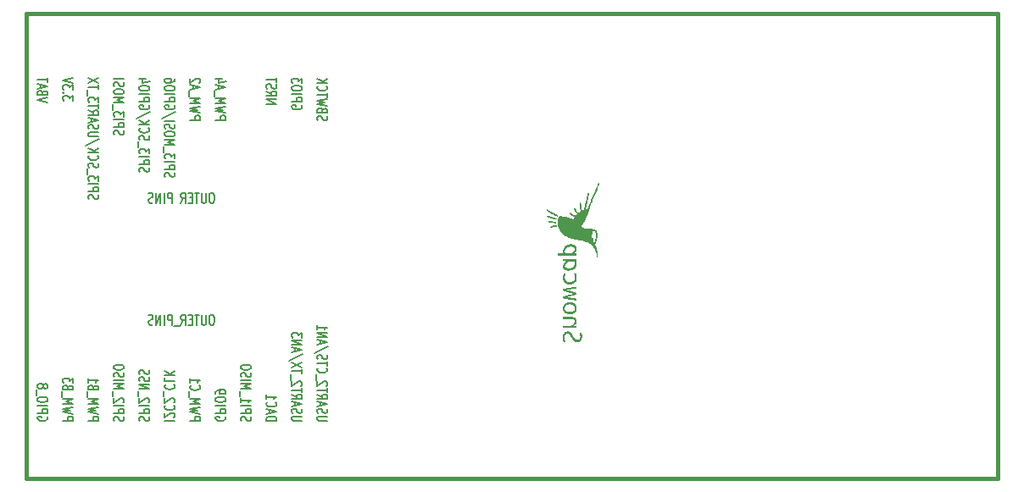
<source format=gbo>
G04 (created by PCBNEW-RS274X (2012-apr-16-27)-stable) date Sun 17 Nov 2013 10:41:53 AM EET*
G01*
G70*
G90*
%MOIN*%
G04 Gerber Fmt 3.4, Leading zero omitted, Abs format*
%FSLAX34Y34*%
G04 APERTURE LIST*
%ADD10C,0.006000*%
%ADD11C,0.007500*%
%ADD12C,0.015000*%
%ADD13C,0.000100*%
G04 APERTURE END LIST*
G54D10*
G54D11*
X20721Y-23662D02*
X20664Y-23662D01*
X20636Y-23681D01*
X20607Y-23719D01*
X20593Y-23795D01*
X20593Y-23929D01*
X20607Y-24005D01*
X20636Y-24043D01*
X20664Y-24062D01*
X20721Y-24062D01*
X20750Y-24043D01*
X20779Y-24005D01*
X20793Y-23929D01*
X20793Y-23795D01*
X20779Y-23719D01*
X20750Y-23681D01*
X20721Y-23662D01*
X20465Y-23662D02*
X20465Y-23986D01*
X20450Y-24024D01*
X20436Y-24043D01*
X20407Y-24062D01*
X20350Y-24062D01*
X20322Y-24043D01*
X20307Y-24024D01*
X20293Y-23986D01*
X20293Y-23662D01*
X20193Y-23662D02*
X20022Y-23662D01*
X20108Y-24062D02*
X20108Y-23662D01*
X19922Y-23852D02*
X19822Y-23852D01*
X19779Y-24062D02*
X19922Y-24062D01*
X19922Y-23662D01*
X19779Y-23662D01*
X19479Y-24062D02*
X19579Y-23871D01*
X19651Y-24062D02*
X19651Y-23662D01*
X19536Y-23662D01*
X19508Y-23681D01*
X19493Y-23700D01*
X19479Y-23738D01*
X19479Y-23795D01*
X19493Y-23833D01*
X19508Y-23852D01*
X19536Y-23871D01*
X19651Y-23871D01*
X19422Y-24100D02*
X19193Y-24100D01*
X19122Y-24062D02*
X19122Y-23662D01*
X19007Y-23662D01*
X18979Y-23681D01*
X18964Y-23700D01*
X18950Y-23738D01*
X18950Y-23795D01*
X18964Y-23833D01*
X18979Y-23852D01*
X19007Y-23871D01*
X19122Y-23871D01*
X18822Y-24062D02*
X18822Y-23662D01*
X18679Y-24062D02*
X18679Y-23662D01*
X18507Y-24062D01*
X18507Y-23662D01*
X18379Y-24043D02*
X18336Y-24062D01*
X18265Y-24062D01*
X18236Y-24043D01*
X18222Y-24024D01*
X18207Y-23986D01*
X18207Y-23948D01*
X18222Y-23910D01*
X18236Y-23890D01*
X18265Y-23871D01*
X18322Y-23852D01*
X18350Y-23833D01*
X18365Y-23814D01*
X18379Y-23776D01*
X18379Y-23738D01*
X18365Y-23700D01*
X18350Y-23681D01*
X18322Y-23662D01*
X18250Y-23662D01*
X18207Y-23681D01*
X14219Y-27671D02*
X14238Y-27700D01*
X14238Y-27743D01*
X14219Y-27786D01*
X14181Y-27814D01*
X14143Y-27829D01*
X14067Y-27843D01*
X14010Y-27843D01*
X13933Y-27829D01*
X13895Y-27814D01*
X13857Y-27786D01*
X13838Y-27743D01*
X13838Y-27714D01*
X13857Y-27671D01*
X13876Y-27657D01*
X14010Y-27657D01*
X14010Y-27714D01*
X13838Y-27529D02*
X14238Y-27529D01*
X14238Y-27414D01*
X14219Y-27386D01*
X14200Y-27371D01*
X14162Y-27357D01*
X14105Y-27357D01*
X14067Y-27371D01*
X14048Y-27386D01*
X14029Y-27414D01*
X14029Y-27529D01*
X13838Y-27229D02*
X14238Y-27229D01*
X14238Y-27028D02*
X14238Y-26971D01*
X14219Y-26943D01*
X14181Y-26914D01*
X14105Y-26900D01*
X13971Y-26900D01*
X13895Y-26914D01*
X13857Y-26943D01*
X13838Y-26971D01*
X13838Y-27028D01*
X13857Y-27057D01*
X13895Y-27086D01*
X13971Y-27100D01*
X14105Y-27100D01*
X14181Y-27086D01*
X14219Y-27057D01*
X14238Y-27028D01*
X13800Y-26843D02*
X13800Y-26614D01*
X14067Y-26500D02*
X14086Y-26528D01*
X14105Y-26543D01*
X14143Y-26557D01*
X14162Y-26557D01*
X14200Y-26543D01*
X14219Y-26528D01*
X14238Y-26500D01*
X14238Y-26443D01*
X14219Y-26414D01*
X14200Y-26400D01*
X14162Y-26385D01*
X14143Y-26385D01*
X14105Y-26400D01*
X14086Y-26414D01*
X14067Y-26443D01*
X14067Y-26500D01*
X14048Y-26528D01*
X14029Y-26543D01*
X13990Y-26557D01*
X13914Y-26557D01*
X13876Y-26543D01*
X13857Y-26528D01*
X13838Y-26500D01*
X13838Y-26443D01*
X13857Y-26414D01*
X13876Y-26400D01*
X13914Y-26385D01*
X13990Y-26385D01*
X14029Y-26400D01*
X14048Y-26414D01*
X14067Y-26443D01*
X14838Y-27829D02*
X15238Y-27829D01*
X15238Y-27714D01*
X15219Y-27686D01*
X15200Y-27671D01*
X15162Y-27657D01*
X15105Y-27657D01*
X15067Y-27671D01*
X15048Y-27686D01*
X15029Y-27714D01*
X15029Y-27829D01*
X15238Y-27557D02*
X14838Y-27486D01*
X15124Y-27429D01*
X14838Y-27371D01*
X15238Y-27300D01*
X14838Y-27186D02*
X15238Y-27186D01*
X14952Y-27086D01*
X15238Y-26986D01*
X14838Y-26986D01*
X14800Y-26914D02*
X14800Y-26685D01*
X15048Y-26514D02*
X15029Y-26471D01*
X15010Y-26456D01*
X14971Y-26442D01*
X14914Y-26442D01*
X14876Y-26456D01*
X14857Y-26471D01*
X14838Y-26499D01*
X14838Y-26614D01*
X15238Y-26614D01*
X15238Y-26514D01*
X15219Y-26485D01*
X15200Y-26471D01*
X15162Y-26456D01*
X15124Y-26456D01*
X15086Y-26471D01*
X15067Y-26485D01*
X15048Y-26514D01*
X15048Y-26614D01*
X15238Y-26342D02*
X15238Y-26156D01*
X15086Y-26256D01*
X15086Y-26214D01*
X15067Y-26185D01*
X15048Y-26171D01*
X15010Y-26156D01*
X14914Y-26156D01*
X14876Y-26171D01*
X14857Y-26185D01*
X14838Y-26214D01*
X14838Y-26299D01*
X14857Y-26328D01*
X14876Y-26342D01*
X15838Y-27829D02*
X16238Y-27829D01*
X16238Y-27714D01*
X16219Y-27686D01*
X16200Y-27671D01*
X16162Y-27657D01*
X16105Y-27657D01*
X16067Y-27671D01*
X16048Y-27686D01*
X16029Y-27714D01*
X16029Y-27829D01*
X16238Y-27557D02*
X15838Y-27486D01*
X16124Y-27429D01*
X15838Y-27371D01*
X16238Y-27300D01*
X15838Y-27186D02*
X16238Y-27186D01*
X15952Y-27086D01*
X16238Y-26986D01*
X15838Y-26986D01*
X15800Y-26914D02*
X15800Y-26685D01*
X16048Y-26514D02*
X16029Y-26471D01*
X16010Y-26456D01*
X15971Y-26442D01*
X15914Y-26442D01*
X15876Y-26456D01*
X15857Y-26471D01*
X15838Y-26499D01*
X15838Y-26614D01*
X16238Y-26614D01*
X16238Y-26514D01*
X16219Y-26485D01*
X16200Y-26471D01*
X16162Y-26456D01*
X16124Y-26456D01*
X16086Y-26471D01*
X16067Y-26485D01*
X16048Y-26514D01*
X16048Y-26614D01*
X15838Y-26156D02*
X15838Y-26328D01*
X15838Y-26242D02*
X16238Y-26242D01*
X16181Y-26271D01*
X16143Y-26299D01*
X16124Y-26328D01*
X16857Y-27843D02*
X16838Y-27800D01*
X16838Y-27729D01*
X16857Y-27700D01*
X16876Y-27686D01*
X16914Y-27671D01*
X16952Y-27671D01*
X16990Y-27686D01*
X17010Y-27700D01*
X17029Y-27729D01*
X17048Y-27786D01*
X17067Y-27814D01*
X17086Y-27829D01*
X17124Y-27843D01*
X17162Y-27843D01*
X17200Y-27829D01*
X17219Y-27814D01*
X17238Y-27786D01*
X17238Y-27714D01*
X17219Y-27671D01*
X16838Y-27543D02*
X17238Y-27543D01*
X17238Y-27428D01*
X17219Y-27400D01*
X17200Y-27385D01*
X17162Y-27371D01*
X17105Y-27371D01*
X17067Y-27385D01*
X17048Y-27400D01*
X17029Y-27428D01*
X17029Y-27543D01*
X16838Y-27243D02*
X17238Y-27243D01*
X17200Y-27114D02*
X17219Y-27100D01*
X17238Y-27071D01*
X17238Y-27000D01*
X17219Y-26971D01*
X17200Y-26957D01*
X17162Y-26942D01*
X17124Y-26942D01*
X17067Y-26957D01*
X16838Y-27128D01*
X16838Y-26942D01*
X16800Y-26885D02*
X16800Y-26656D01*
X16838Y-26585D02*
X17238Y-26585D01*
X16952Y-26485D01*
X17238Y-26385D01*
X16838Y-26385D01*
X16838Y-26242D02*
X17238Y-26242D01*
X16857Y-26113D02*
X16838Y-26070D01*
X16838Y-25999D01*
X16857Y-25970D01*
X16876Y-25956D01*
X16914Y-25941D01*
X16952Y-25941D01*
X16990Y-25956D01*
X17010Y-25970D01*
X17029Y-25999D01*
X17048Y-26056D01*
X17067Y-26084D01*
X17086Y-26099D01*
X17124Y-26113D01*
X17162Y-26113D01*
X17200Y-26099D01*
X17219Y-26084D01*
X17238Y-26056D01*
X17238Y-25984D01*
X17219Y-25941D01*
X17238Y-25755D02*
X17238Y-25698D01*
X17219Y-25670D01*
X17181Y-25641D01*
X17105Y-25627D01*
X16971Y-25627D01*
X16895Y-25641D01*
X16857Y-25670D01*
X16838Y-25698D01*
X16838Y-25755D01*
X16857Y-25784D01*
X16895Y-25813D01*
X16971Y-25827D01*
X17105Y-25827D01*
X17181Y-25813D01*
X17219Y-25784D01*
X17238Y-25755D01*
X17857Y-27843D02*
X17838Y-27800D01*
X17838Y-27729D01*
X17857Y-27700D01*
X17876Y-27686D01*
X17914Y-27671D01*
X17952Y-27671D01*
X17990Y-27686D01*
X18010Y-27700D01*
X18029Y-27729D01*
X18048Y-27786D01*
X18067Y-27814D01*
X18086Y-27829D01*
X18124Y-27843D01*
X18162Y-27843D01*
X18200Y-27829D01*
X18219Y-27814D01*
X18238Y-27786D01*
X18238Y-27714D01*
X18219Y-27671D01*
X17838Y-27543D02*
X18238Y-27543D01*
X18238Y-27428D01*
X18219Y-27400D01*
X18200Y-27385D01*
X18162Y-27371D01*
X18105Y-27371D01*
X18067Y-27385D01*
X18048Y-27400D01*
X18029Y-27428D01*
X18029Y-27543D01*
X17838Y-27243D02*
X18238Y-27243D01*
X18200Y-27114D02*
X18219Y-27100D01*
X18238Y-27071D01*
X18238Y-27000D01*
X18219Y-26971D01*
X18200Y-26957D01*
X18162Y-26942D01*
X18124Y-26942D01*
X18067Y-26957D01*
X17838Y-27128D01*
X17838Y-26942D01*
X17800Y-26885D02*
X17800Y-26656D01*
X17838Y-26585D02*
X18238Y-26585D01*
X17838Y-26413D01*
X18238Y-26413D01*
X17857Y-26285D02*
X17838Y-26242D01*
X17838Y-26171D01*
X17857Y-26142D01*
X17876Y-26128D01*
X17914Y-26113D01*
X17952Y-26113D01*
X17990Y-26128D01*
X18010Y-26142D01*
X18029Y-26171D01*
X18048Y-26228D01*
X18067Y-26256D01*
X18086Y-26271D01*
X18124Y-26285D01*
X18162Y-26285D01*
X18200Y-26271D01*
X18219Y-26256D01*
X18238Y-26228D01*
X18238Y-26156D01*
X18219Y-26113D01*
X17857Y-25999D02*
X17838Y-25956D01*
X17838Y-25885D01*
X17857Y-25856D01*
X17876Y-25842D01*
X17914Y-25827D01*
X17952Y-25827D01*
X17990Y-25842D01*
X18010Y-25856D01*
X18029Y-25885D01*
X18048Y-25942D01*
X18067Y-25970D01*
X18086Y-25985D01*
X18124Y-25999D01*
X18162Y-25999D01*
X18200Y-25985D01*
X18219Y-25970D01*
X18238Y-25942D01*
X18238Y-25870D01*
X18219Y-25827D01*
X18838Y-27829D02*
X19238Y-27829D01*
X19200Y-27700D02*
X19219Y-27686D01*
X19238Y-27657D01*
X19238Y-27586D01*
X19219Y-27557D01*
X19200Y-27543D01*
X19162Y-27528D01*
X19124Y-27528D01*
X19067Y-27543D01*
X18838Y-27714D01*
X18838Y-27528D01*
X18876Y-27228D02*
X18857Y-27242D01*
X18838Y-27285D01*
X18838Y-27314D01*
X18857Y-27357D01*
X18895Y-27385D01*
X18933Y-27400D01*
X19010Y-27414D01*
X19067Y-27414D01*
X19143Y-27400D01*
X19181Y-27385D01*
X19219Y-27357D01*
X19238Y-27314D01*
X19238Y-27285D01*
X19219Y-27242D01*
X19200Y-27228D01*
X19200Y-27114D02*
X19219Y-27100D01*
X19238Y-27071D01*
X19238Y-27000D01*
X19219Y-26971D01*
X19200Y-26957D01*
X19162Y-26942D01*
X19124Y-26942D01*
X19067Y-26957D01*
X18838Y-27128D01*
X18838Y-26942D01*
X18800Y-26885D02*
X18800Y-26656D01*
X18876Y-26413D02*
X18857Y-26427D01*
X18838Y-26470D01*
X18838Y-26499D01*
X18857Y-26542D01*
X18895Y-26570D01*
X18933Y-26585D01*
X19010Y-26599D01*
X19067Y-26599D01*
X19143Y-26585D01*
X19181Y-26570D01*
X19219Y-26542D01*
X19238Y-26499D01*
X19238Y-26470D01*
X19219Y-26427D01*
X19200Y-26413D01*
X18838Y-26142D02*
X18838Y-26285D01*
X19238Y-26285D01*
X18838Y-26042D02*
X19238Y-26042D01*
X18838Y-25870D02*
X19067Y-25999D01*
X19238Y-25870D02*
X19010Y-26042D01*
X19838Y-27829D02*
X20238Y-27829D01*
X20238Y-27714D01*
X20219Y-27686D01*
X20200Y-27671D01*
X20162Y-27657D01*
X20105Y-27657D01*
X20067Y-27671D01*
X20048Y-27686D01*
X20029Y-27714D01*
X20029Y-27829D01*
X20238Y-27557D02*
X19838Y-27486D01*
X20124Y-27429D01*
X19838Y-27371D01*
X20238Y-27300D01*
X19838Y-27186D02*
X20238Y-27186D01*
X19952Y-27086D01*
X20238Y-26986D01*
X19838Y-26986D01*
X19800Y-26914D02*
X19800Y-26685D01*
X19876Y-26442D02*
X19857Y-26456D01*
X19838Y-26499D01*
X19838Y-26528D01*
X19857Y-26571D01*
X19895Y-26599D01*
X19933Y-26614D01*
X20010Y-26628D01*
X20067Y-26628D01*
X20143Y-26614D01*
X20181Y-26599D01*
X20219Y-26571D01*
X20238Y-26528D01*
X20238Y-26499D01*
X20219Y-26456D01*
X20200Y-26442D01*
X19838Y-26156D02*
X19838Y-26328D01*
X19838Y-26242D02*
X20238Y-26242D01*
X20181Y-26271D01*
X20143Y-26299D01*
X20124Y-26328D01*
X21219Y-27671D02*
X21238Y-27700D01*
X21238Y-27743D01*
X21219Y-27786D01*
X21181Y-27814D01*
X21143Y-27829D01*
X21067Y-27843D01*
X21010Y-27843D01*
X20933Y-27829D01*
X20895Y-27814D01*
X20857Y-27786D01*
X20838Y-27743D01*
X20838Y-27714D01*
X20857Y-27671D01*
X20876Y-27657D01*
X21010Y-27657D01*
X21010Y-27714D01*
X20838Y-27529D02*
X21238Y-27529D01*
X21238Y-27414D01*
X21219Y-27386D01*
X21200Y-27371D01*
X21162Y-27357D01*
X21105Y-27357D01*
X21067Y-27371D01*
X21048Y-27386D01*
X21029Y-27414D01*
X21029Y-27529D01*
X20838Y-27229D02*
X21238Y-27229D01*
X21238Y-27028D02*
X21238Y-26971D01*
X21219Y-26943D01*
X21181Y-26914D01*
X21105Y-26900D01*
X20971Y-26900D01*
X20895Y-26914D01*
X20857Y-26943D01*
X20838Y-26971D01*
X20838Y-27028D01*
X20857Y-27057D01*
X20895Y-27086D01*
X20971Y-27100D01*
X21105Y-27100D01*
X21181Y-27086D01*
X21219Y-27057D01*
X21238Y-27028D01*
X20838Y-26757D02*
X20838Y-26700D01*
X20857Y-26672D01*
X20876Y-26657D01*
X20933Y-26629D01*
X21010Y-26614D01*
X21162Y-26614D01*
X21200Y-26629D01*
X21219Y-26643D01*
X21238Y-26672D01*
X21238Y-26729D01*
X21219Y-26757D01*
X21200Y-26772D01*
X21162Y-26786D01*
X21067Y-26786D01*
X21029Y-26772D01*
X21010Y-26757D01*
X20990Y-26729D01*
X20990Y-26672D01*
X21010Y-26643D01*
X21029Y-26629D01*
X21067Y-26614D01*
X21857Y-27843D02*
X21838Y-27800D01*
X21838Y-27729D01*
X21857Y-27700D01*
X21876Y-27686D01*
X21914Y-27671D01*
X21952Y-27671D01*
X21990Y-27686D01*
X22010Y-27700D01*
X22029Y-27729D01*
X22048Y-27786D01*
X22067Y-27814D01*
X22086Y-27829D01*
X22124Y-27843D01*
X22162Y-27843D01*
X22200Y-27829D01*
X22219Y-27814D01*
X22238Y-27786D01*
X22238Y-27714D01*
X22219Y-27671D01*
X21838Y-27543D02*
X22238Y-27543D01*
X22238Y-27428D01*
X22219Y-27400D01*
X22200Y-27385D01*
X22162Y-27371D01*
X22105Y-27371D01*
X22067Y-27385D01*
X22048Y-27400D01*
X22029Y-27428D01*
X22029Y-27543D01*
X21838Y-27243D02*
X22238Y-27243D01*
X21838Y-26942D02*
X21838Y-27114D01*
X21838Y-27028D02*
X22238Y-27028D01*
X22181Y-27057D01*
X22143Y-27085D01*
X22124Y-27114D01*
X21800Y-26885D02*
X21800Y-26656D01*
X21838Y-26585D02*
X22238Y-26585D01*
X21952Y-26485D01*
X22238Y-26385D01*
X21838Y-26385D01*
X21838Y-26242D02*
X22238Y-26242D01*
X21857Y-26113D02*
X21838Y-26070D01*
X21838Y-25999D01*
X21857Y-25970D01*
X21876Y-25956D01*
X21914Y-25941D01*
X21952Y-25941D01*
X21990Y-25956D01*
X22010Y-25970D01*
X22029Y-25999D01*
X22048Y-26056D01*
X22067Y-26084D01*
X22086Y-26099D01*
X22124Y-26113D01*
X22162Y-26113D01*
X22200Y-26099D01*
X22219Y-26084D01*
X22238Y-26056D01*
X22238Y-25984D01*
X22219Y-25941D01*
X22238Y-25755D02*
X22238Y-25698D01*
X22219Y-25670D01*
X22181Y-25641D01*
X22105Y-25627D01*
X21971Y-25627D01*
X21895Y-25641D01*
X21857Y-25670D01*
X21838Y-25698D01*
X21838Y-25755D01*
X21857Y-25784D01*
X21895Y-25813D01*
X21971Y-25827D01*
X22105Y-25827D01*
X22181Y-25813D01*
X22219Y-25784D01*
X22238Y-25755D01*
X22838Y-27829D02*
X23238Y-27829D01*
X23238Y-27757D01*
X23219Y-27714D01*
X23181Y-27686D01*
X23143Y-27671D01*
X23067Y-27657D01*
X23010Y-27657D01*
X22933Y-27671D01*
X22895Y-27686D01*
X22857Y-27714D01*
X22838Y-27757D01*
X22838Y-27829D01*
X22952Y-27543D02*
X22952Y-27400D01*
X22838Y-27571D02*
X23238Y-27471D01*
X22838Y-27371D01*
X22876Y-27100D02*
X22857Y-27114D01*
X22838Y-27157D01*
X22838Y-27186D01*
X22857Y-27229D01*
X22895Y-27257D01*
X22933Y-27272D01*
X23010Y-27286D01*
X23067Y-27286D01*
X23143Y-27272D01*
X23181Y-27257D01*
X23219Y-27229D01*
X23238Y-27186D01*
X23238Y-27157D01*
X23219Y-27114D01*
X23200Y-27100D01*
X22838Y-26814D02*
X22838Y-26986D01*
X22838Y-26900D02*
X23238Y-26900D01*
X23181Y-26929D01*
X23143Y-26957D01*
X23124Y-26986D01*
X24238Y-27829D02*
X23914Y-27829D01*
X23876Y-27814D01*
X23857Y-27800D01*
X23838Y-27771D01*
X23838Y-27714D01*
X23857Y-27686D01*
X23876Y-27671D01*
X23914Y-27657D01*
X24238Y-27657D01*
X23857Y-27529D02*
X23838Y-27486D01*
X23838Y-27415D01*
X23857Y-27386D01*
X23876Y-27372D01*
X23914Y-27357D01*
X23952Y-27357D01*
X23990Y-27372D01*
X24010Y-27386D01*
X24029Y-27415D01*
X24048Y-27472D01*
X24067Y-27500D01*
X24086Y-27515D01*
X24124Y-27529D01*
X24162Y-27529D01*
X24200Y-27515D01*
X24219Y-27500D01*
X24238Y-27472D01*
X24238Y-27400D01*
X24219Y-27357D01*
X23952Y-27243D02*
X23952Y-27100D01*
X23838Y-27271D02*
X24238Y-27171D01*
X23838Y-27071D01*
X23838Y-26800D02*
X24029Y-26900D01*
X23838Y-26972D02*
X24238Y-26972D01*
X24238Y-26857D01*
X24219Y-26829D01*
X24200Y-26814D01*
X24162Y-26800D01*
X24105Y-26800D01*
X24067Y-26814D01*
X24048Y-26829D01*
X24029Y-26857D01*
X24029Y-26972D01*
X24238Y-26714D02*
X24238Y-26543D01*
X23838Y-26629D02*
X24238Y-26629D01*
X24200Y-26457D02*
X24219Y-26443D01*
X24238Y-26414D01*
X24238Y-26343D01*
X24219Y-26314D01*
X24200Y-26300D01*
X24162Y-26285D01*
X24124Y-26285D01*
X24067Y-26300D01*
X23838Y-26471D01*
X23838Y-26285D01*
X23800Y-26228D02*
X23800Y-25999D01*
X24238Y-25970D02*
X24238Y-25799D01*
X23838Y-25885D02*
X24238Y-25885D01*
X24238Y-25727D02*
X23838Y-25527D01*
X24238Y-25527D02*
X23838Y-25727D01*
X24257Y-25198D02*
X23743Y-25455D01*
X23952Y-25113D02*
X23952Y-24970D01*
X23838Y-25141D02*
X24238Y-25041D01*
X23838Y-24941D01*
X23838Y-24842D02*
X24238Y-24842D01*
X23838Y-24670D01*
X24238Y-24670D01*
X24238Y-24556D02*
X24238Y-24370D01*
X24086Y-24470D01*
X24086Y-24428D01*
X24067Y-24399D01*
X24048Y-24385D01*
X24010Y-24370D01*
X23914Y-24370D01*
X23876Y-24385D01*
X23857Y-24399D01*
X23838Y-24428D01*
X23838Y-24513D01*
X23857Y-24542D01*
X23876Y-24556D01*
X25238Y-27829D02*
X24914Y-27829D01*
X24876Y-27814D01*
X24857Y-27800D01*
X24838Y-27771D01*
X24838Y-27714D01*
X24857Y-27686D01*
X24876Y-27671D01*
X24914Y-27657D01*
X25238Y-27657D01*
X24857Y-27529D02*
X24838Y-27486D01*
X24838Y-27415D01*
X24857Y-27386D01*
X24876Y-27372D01*
X24914Y-27357D01*
X24952Y-27357D01*
X24990Y-27372D01*
X25010Y-27386D01*
X25029Y-27415D01*
X25048Y-27472D01*
X25067Y-27500D01*
X25086Y-27515D01*
X25124Y-27529D01*
X25162Y-27529D01*
X25200Y-27515D01*
X25219Y-27500D01*
X25238Y-27472D01*
X25238Y-27400D01*
X25219Y-27357D01*
X24952Y-27243D02*
X24952Y-27100D01*
X24838Y-27271D02*
X25238Y-27171D01*
X24838Y-27071D01*
X24838Y-26800D02*
X25029Y-26900D01*
X24838Y-26972D02*
X25238Y-26972D01*
X25238Y-26857D01*
X25219Y-26829D01*
X25200Y-26814D01*
X25162Y-26800D01*
X25105Y-26800D01*
X25067Y-26814D01*
X25048Y-26829D01*
X25029Y-26857D01*
X25029Y-26972D01*
X25238Y-26714D02*
X25238Y-26543D01*
X24838Y-26629D02*
X25238Y-26629D01*
X25200Y-26457D02*
X25219Y-26443D01*
X25238Y-26414D01*
X25238Y-26343D01*
X25219Y-26314D01*
X25200Y-26300D01*
X25162Y-26285D01*
X25124Y-26285D01*
X25067Y-26300D01*
X24838Y-26471D01*
X24838Y-26285D01*
X24800Y-26228D02*
X24800Y-25999D01*
X24876Y-25756D02*
X24857Y-25770D01*
X24838Y-25813D01*
X24838Y-25842D01*
X24857Y-25885D01*
X24895Y-25913D01*
X24933Y-25928D01*
X25010Y-25942D01*
X25067Y-25942D01*
X25143Y-25928D01*
X25181Y-25913D01*
X25219Y-25885D01*
X25238Y-25842D01*
X25238Y-25813D01*
X25219Y-25770D01*
X25200Y-25756D01*
X25238Y-25670D02*
X25238Y-25499D01*
X24838Y-25585D02*
X25238Y-25585D01*
X24857Y-25413D02*
X24838Y-25370D01*
X24838Y-25299D01*
X24857Y-25270D01*
X24876Y-25256D01*
X24914Y-25241D01*
X24952Y-25241D01*
X24990Y-25256D01*
X25010Y-25270D01*
X25029Y-25299D01*
X25048Y-25356D01*
X25067Y-25384D01*
X25086Y-25399D01*
X25124Y-25413D01*
X25162Y-25413D01*
X25200Y-25399D01*
X25219Y-25384D01*
X25238Y-25356D01*
X25238Y-25284D01*
X25219Y-25241D01*
X25257Y-24898D02*
X24743Y-25155D01*
X24952Y-24813D02*
X24952Y-24670D01*
X24838Y-24841D02*
X25238Y-24741D01*
X24838Y-24641D01*
X24838Y-24542D02*
X25238Y-24542D01*
X24838Y-24370D01*
X25238Y-24370D01*
X24838Y-24070D02*
X24838Y-24242D01*
X24838Y-24156D02*
X25238Y-24156D01*
X25181Y-24185D01*
X25143Y-24213D01*
X25124Y-24242D01*
X20721Y-18862D02*
X20664Y-18862D01*
X20636Y-18881D01*
X20607Y-18919D01*
X20593Y-18995D01*
X20593Y-19129D01*
X20607Y-19205D01*
X20636Y-19243D01*
X20664Y-19262D01*
X20721Y-19262D01*
X20750Y-19243D01*
X20779Y-19205D01*
X20793Y-19129D01*
X20793Y-18995D01*
X20779Y-18919D01*
X20750Y-18881D01*
X20721Y-18862D01*
X20465Y-18862D02*
X20465Y-19186D01*
X20450Y-19224D01*
X20436Y-19243D01*
X20407Y-19262D01*
X20350Y-19262D01*
X20322Y-19243D01*
X20307Y-19224D01*
X20293Y-19186D01*
X20293Y-18862D01*
X20193Y-18862D02*
X20022Y-18862D01*
X20108Y-19262D02*
X20108Y-18862D01*
X19922Y-19052D02*
X19822Y-19052D01*
X19779Y-19262D02*
X19922Y-19262D01*
X19922Y-18862D01*
X19779Y-18862D01*
X19479Y-19262D02*
X19579Y-19071D01*
X19651Y-19262D02*
X19651Y-18862D01*
X19536Y-18862D01*
X19508Y-18881D01*
X19493Y-18900D01*
X19479Y-18938D01*
X19479Y-18995D01*
X19493Y-19033D01*
X19508Y-19052D01*
X19536Y-19071D01*
X19651Y-19071D01*
X19122Y-19262D02*
X19122Y-18862D01*
X19007Y-18862D01*
X18979Y-18881D01*
X18964Y-18900D01*
X18950Y-18938D01*
X18950Y-18995D01*
X18964Y-19033D01*
X18979Y-19052D01*
X19007Y-19071D01*
X19122Y-19071D01*
X18822Y-19262D02*
X18822Y-18862D01*
X18679Y-19262D02*
X18679Y-18862D01*
X18507Y-19262D01*
X18507Y-18862D01*
X18379Y-19243D02*
X18336Y-19262D01*
X18265Y-19262D01*
X18236Y-19243D01*
X18222Y-19224D01*
X18207Y-19186D01*
X18207Y-19148D01*
X18222Y-19110D01*
X18236Y-19090D01*
X18265Y-19071D01*
X18322Y-19052D01*
X18350Y-19033D01*
X18365Y-19014D01*
X18379Y-18976D01*
X18379Y-18938D01*
X18365Y-18900D01*
X18350Y-18881D01*
X18322Y-18862D01*
X18250Y-18862D01*
X18207Y-18881D01*
X14238Y-15314D02*
X13838Y-15214D01*
X14238Y-15114D01*
X14048Y-14915D02*
X14029Y-14872D01*
X14010Y-14857D01*
X13971Y-14843D01*
X13914Y-14843D01*
X13876Y-14857D01*
X13857Y-14872D01*
X13838Y-14900D01*
X13838Y-15015D01*
X14238Y-15015D01*
X14238Y-14915D01*
X14219Y-14886D01*
X14200Y-14872D01*
X14162Y-14857D01*
X14124Y-14857D01*
X14086Y-14872D01*
X14067Y-14886D01*
X14048Y-14915D01*
X14048Y-15015D01*
X13952Y-14729D02*
X13952Y-14586D01*
X13838Y-14757D02*
X14238Y-14657D01*
X13838Y-14557D01*
X14238Y-14500D02*
X14238Y-14329D01*
X13838Y-14415D02*
X14238Y-14415D01*
X15238Y-15229D02*
X15238Y-15043D01*
X15086Y-15143D01*
X15086Y-15101D01*
X15067Y-15072D01*
X15048Y-15058D01*
X15010Y-15043D01*
X14914Y-15043D01*
X14876Y-15058D01*
X14857Y-15072D01*
X14838Y-15101D01*
X14838Y-15186D01*
X14857Y-15215D01*
X14876Y-15229D01*
X14876Y-14915D02*
X14857Y-14900D01*
X14838Y-14915D01*
X14857Y-14929D01*
X14876Y-14915D01*
X14838Y-14915D01*
X15238Y-14800D02*
X15238Y-14614D01*
X15086Y-14714D01*
X15086Y-14672D01*
X15067Y-14643D01*
X15048Y-14629D01*
X15010Y-14614D01*
X14914Y-14614D01*
X14876Y-14629D01*
X14857Y-14643D01*
X14838Y-14672D01*
X14838Y-14757D01*
X14857Y-14786D01*
X14876Y-14800D01*
X15238Y-14528D02*
X14838Y-14428D01*
X15238Y-14328D01*
X15857Y-19103D02*
X15838Y-19060D01*
X15838Y-18989D01*
X15857Y-18960D01*
X15876Y-18946D01*
X15914Y-18931D01*
X15952Y-18931D01*
X15990Y-18946D01*
X16010Y-18960D01*
X16029Y-18989D01*
X16048Y-19046D01*
X16067Y-19074D01*
X16086Y-19089D01*
X16124Y-19103D01*
X16162Y-19103D01*
X16200Y-19089D01*
X16219Y-19074D01*
X16238Y-19046D01*
X16238Y-18974D01*
X16219Y-18931D01*
X15838Y-18803D02*
X16238Y-18803D01*
X16238Y-18688D01*
X16219Y-18660D01*
X16200Y-18645D01*
X16162Y-18631D01*
X16105Y-18631D01*
X16067Y-18645D01*
X16048Y-18660D01*
X16029Y-18688D01*
X16029Y-18803D01*
X15838Y-18503D02*
X16238Y-18503D01*
X16238Y-18388D02*
X16238Y-18202D01*
X16086Y-18302D01*
X16086Y-18260D01*
X16067Y-18231D01*
X16048Y-18217D01*
X16010Y-18202D01*
X15914Y-18202D01*
X15876Y-18217D01*
X15857Y-18231D01*
X15838Y-18260D01*
X15838Y-18345D01*
X15857Y-18374D01*
X15876Y-18388D01*
X15800Y-18145D02*
X15800Y-17916D01*
X15857Y-17859D02*
X15838Y-17816D01*
X15838Y-17745D01*
X15857Y-17716D01*
X15876Y-17702D01*
X15914Y-17687D01*
X15952Y-17687D01*
X15990Y-17702D01*
X16010Y-17716D01*
X16029Y-17745D01*
X16048Y-17802D01*
X16067Y-17830D01*
X16086Y-17845D01*
X16124Y-17859D01*
X16162Y-17859D01*
X16200Y-17845D01*
X16219Y-17830D01*
X16238Y-17802D01*
X16238Y-17730D01*
X16219Y-17687D01*
X15876Y-17387D02*
X15857Y-17401D01*
X15838Y-17444D01*
X15838Y-17473D01*
X15857Y-17516D01*
X15895Y-17544D01*
X15933Y-17559D01*
X16010Y-17573D01*
X16067Y-17573D01*
X16143Y-17559D01*
X16181Y-17544D01*
X16219Y-17516D01*
X16238Y-17473D01*
X16238Y-17444D01*
X16219Y-17401D01*
X16200Y-17387D01*
X15838Y-17259D02*
X16238Y-17259D01*
X15838Y-17087D02*
X16067Y-17216D01*
X16238Y-17087D02*
X16010Y-17259D01*
X16257Y-16744D02*
X15743Y-17001D01*
X16238Y-16645D02*
X15914Y-16645D01*
X15876Y-16630D01*
X15857Y-16616D01*
X15838Y-16587D01*
X15838Y-16530D01*
X15857Y-16502D01*
X15876Y-16487D01*
X15914Y-16473D01*
X16238Y-16473D01*
X15857Y-16345D02*
X15838Y-16302D01*
X15838Y-16231D01*
X15857Y-16202D01*
X15876Y-16188D01*
X15914Y-16173D01*
X15952Y-16173D01*
X15990Y-16188D01*
X16010Y-16202D01*
X16029Y-16231D01*
X16048Y-16288D01*
X16067Y-16316D01*
X16086Y-16331D01*
X16124Y-16345D01*
X16162Y-16345D01*
X16200Y-16331D01*
X16219Y-16316D01*
X16238Y-16288D01*
X16238Y-16216D01*
X16219Y-16173D01*
X15952Y-16059D02*
X15952Y-15916D01*
X15838Y-16087D02*
X16238Y-15987D01*
X15838Y-15887D01*
X15838Y-15616D02*
X16029Y-15716D01*
X15838Y-15788D02*
X16238Y-15788D01*
X16238Y-15673D01*
X16219Y-15645D01*
X16200Y-15630D01*
X16162Y-15616D01*
X16105Y-15616D01*
X16067Y-15630D01*
X16048Y-15645D01*
X16029Y-15673D01*
X16029Y-15788D01*
X16238Y-15530D02*
X16238Y-15359D01*
X15838Y-15445D02*
X16238Y-15445D01*
X16238Y-15287D02*
X16238Y-15101D01*
X16086Y-15201D01*
X16086Y-15159D01*
X16067Y-15130D01*
X16048Y-15116D01*
X16010Y-15101D01*
X15914Y-15101D01*
X15876Y-15116D01*
X15857Y-15130D01*
X15838Y-15159D01*
X15838Y-15244D01*
X15857Y-15273D01*
X15876Y-15287D01*
X15800Y-15044D02*
X15800Y-14815D01*
X16238Y-14786D02*
X16238Y-14615D01*
X15838Y-14701D02*
X16238Y-14701D01*
X16238Y-14543D02*
X15838Y-14343D01*
X16238Y-14343D02*
X15838Y-14543D01*
X16857Y-16573D02*
X16838Y-16530D01*
X16838Y-16459D01*
X16857Y-16430D01*
X16876Y-16416D01*
X16914Y-16401D01*
X16952Y-16401D01*
X16990Y-16416D01*
X17010Y-16430D01*
X17029Y-16459D01*
X17048Y-16516D01*
X17067Y-16544D01*
X17086Y-16559D01*
X17124Y-16573D01*
X17162Y-16573D01*
X17200Y-16559D01*
X17219Y-16544D01*
X17238Y-16516D01*
X17238Y-16444D01*
X17219Y-16401D01*
X16838Y-16273D02*
X17238Y-16273D01*
X17238Y-16158D01*
X17219Y-16130D01*
X17200Y-16115D01*
X17162Y-16101D01*
X17105Y-16101D01*
X17067Y-16115D01*
X17048Y-16130D01*
X17029Y-16158D01*
X17029Y-16273D01*
X16838Y-15973D02*
X17238Y-15973D01*
X17238Y-15858D02*
X17238Y-15672D01*
X17086Y-15772D01*
X17086Y-15730D01*
X17067Y-15701D01*
X17048Y-15687D01*
X17010Y-15672D01*
X16914Y-15672D01*
X16876Y-15687D01*
X16857Y-15701D01*
X16838Y-15730D01*
X16838Y-15815D01*
X16857Y-15844D01*
X16876Y-15858D01*
X16800Y-15615D02*
X16800Y-15386D01*
X16838Y-15315D02*
X17238Y-15315D01*
X16952Y-15215D01*
X17238Y-15115D01*
X16838Y-15115D01*
X17238Y-14914D02*
X17238Y-14857D01*
X17219Y-14829D01*
X17181Y-14800D01*
X17105Y-14786D01*
X16971Y-14786D01*
X16895Y-14800D01*
X16857Y-14829D01*
X16838Y-14857D01*
X16838Y-14914D01*
X16857Y-14943D01*
X16895Y-14972D01*
X16971Y-14986D01*
X17105Y-14986D01*
X17181Y-14972D01*
X17219Y-14943D01*
X17238Y-14914D01*
X16857Y-14672D02*
X16838Y-14629D01*
X16838Y-14558D01*
X16857Y-14529D01*
X16876Y-14515D01*
X16914Y-14500D01*
X16952Y-14500D01*
X16990Y-14515D01*
X17010Y-14529D01*
X17029Y-14558D01*
X17048Y-14615D01*
X17067Y-14643D01*
X17086Y-14658D01*
X17124Y-14672D01*
X17162Y-14672D01*
X17200Y-14658D01*
X17219Y-14643D01*
X17238Y-14615D01*
X17238Y-14543D01*
X17219Y-14500D01*
X16838Y-14372D02*
X17238Y-14372D01*
X17857Y-18030D02*
X17838Y-17987D01*
X17838Y-17916D01*
X17857Y-17887D01*
X17876Y-17873D01*
X17914Y-17858D01*
X17952Y-17858D01*
X17990Y-17873D01*
X18010Y-17887D01*
X18029Y-17916D01*
X18048Y-17973D01*
X18067Y-18001D01*
X18086Y-18016D01*
X18124Y-18030D01*
X18162Y-18030D01*
X18200Y-18016D01*
X18219Y-18001D01*
X18238Y-17973D01*
X18238Y-17901D01*
X18219Y-17858D01*
X17838Y-17730D02*
X18238Y-17730D01*
X18238Y-17615D01*
X18219Y-17587D01*
X18200Y-17572D01*
X18162Y-17558D01*
X18105Y-17558D01*
X18067Y-17572D01*
X18048Y-17587D01*
X18029Y-17615D01*
X18029Y-17730D01*
X17838Y-17430D02*
X18238Y-17430D01*
X18238Y-17315D02*
X18238Y-17129D01*
X18086Y-17229D01*
X18086Y-17187D01*
X18067Y-17158D01*
X18048Y-17144D01*
X18010Y-17129D01*
X17914Y-17129D01*
X17876Y-17144D01*
X17857Y-17158D01*
X17838Y-17187D01*
X17838Y-17272D01*
X17857Y-17301D01*
X17876Y-17315D01*
X17800Y-17072D02*
X17800Y-16843D01*
X17857Y-16786D02*
X17838Y-16743D01*
X17838Y-16672D01*
X17857Y-16643D01*
X17876Y-16629D01*
X17914Y-16614D01*
X17952Y-16614D01*
X17990Y-16629D01*
X18010Y-16643D01*
X18029Y-16672D01*
X18048Y-16729D01*
X18067Y-16757D01*
X18086Y-16772D01*
X18124Y-16786D01*
X18162Y-16786D01*
X18200Y-16772D01*
X18219Y-16757D01*
X18238Y-16729D01*
X18238Y-16657D01*
X18219Y-16614D01*
X17876Y-16314D02*
X17857Y-16328D01*
X17838Y-16371D01*
X17838Y-16400D01*
X17857Y-16443D01*
X17895Y-16471D01*
X17933Y-16486D01*
X18010Y-16500D01*
X18067Y-16500D01*
X18143Y-16486D01*
X18181Y-16471D01*
X18219Y-16443D01*
X18238Y-16400D01*
X18238Y-16371D01*
X18219Y-16328D01*
X18200Y-16314D01*
X17838Y-16186D02*
X18238Y-16186D01*
X17838Y-16014D02*
X18067Y-16143D01*
X18238Y-16014D02*
X18010Y-16186D01*
X18257Y-15671D02*
X17743Y-15928D01*
X18219Y-15414D02*
X18238Y-15443D01*
X18238Y-15486D01*
X18219Y-15529D01*
X18181Y-15557D01*
X18143Y-15572D01*
X18067Y-15586D01*
X18010Y-15586D01*
X17933Y-15572D01*
X17895Y-15557D01*
X17857Y-15529D01*
X17838Y-15486D01*
X17838Y-15457D01*
X17857Y-15414D01*
X17876Y-15400D01*
X18010Y-15400D01*
X18010Y-15457D01*
X17838Y-15272D02*
X18238Y-15272D01*
X18238Y-15157D01*
X18219Y-15129D01*
X18200Y-15114D01*
X18162Y-15100D01*
X18105Y-15100D01*
X18067Y-15114D01*
X18048Y-15129D01*
X18029Y-15157D01*
X18029Y-15272D01*
X17838Y-14972D02*
X18238Y-14972D01*
X18238Y-14771D02*
X18238Y-14714D01*
X18219Y-14686D01*
X18181Y-14657D01*
X18105Y-14643D01*
X17971Y-14643D01*
X17895Y-14657D01*
X17857Y-14686D01*
X17838Y-14714D01*
X17838Y-14771D01*
X17857Y-14800D01*
X17895Y-14829D01*
X17971Y-14843D01*
X18105Y-14843D01*
X18181Y-14829D01*
X18219Y-14800D01*
X18238Y-14771D01*
X18105Y-14386D02*
X17838Y-14386D01*
X18257Y-14457D02*
X17971Y-14529D01*
X17971Y-14343D01*
X18857Y-18230D02*
X18838Y-18187D01*
X18838Y-18116D01*
X18857Y-18087D01*
X18876Y-18073D01*
X18914Y-18058D01*
X18952Y-18058D01*
X18990Y-18073D01*
X19010Y-18087D01*
X19029Y-18116D01*
X19048Y-18173D01*
X19067Y-18201D01*
X19086Y-18216D01*
X19124Y-18230D01*
X19162Y-18230D01*
X19200Y-18216D01*
X19219Y-18201D01*
X19238Y-18173D01*
X19238Y-18101D01*
X19219Y-18058D01*
X18838Y-17930D02*
X19238Y-17930D01*
X19238Y-17815D01*
X19219Y-17787D01*
X19200Y-17772D01*
X19162Y-17758D01*
X19105Y-17758D01*
X19067Y-17772D01*
X19048Y-17787D01*
X19029Y-17815D01*
X19029Y-17930D01*
X18838Y-17630D02*
X19238Y-17630D01*
X19238Y-17515D02*
X19238Y-17329D01*
X19086Y-17429D01*
X19086Y-17387D01*
X19067Y-17358D01*
X19048Y-17344D01*
X19010Y-17329D01*
X18914Y-17329D01*
X18876Y-17344D01*
X18857Y-17358D01*
X18838Y-17387D01*
X18838Y-17472D01*
X18857Y-17501D01*
X18876Y-17515D01*
X18800Y-17272D02*
X18800Y-17043D01*
X18838Y-16972D02*
X19238Y-16972D01*
X18952Y-16872D01*
X19238Y-16772D01*
X18838Y-16772D01*
X19238Y-16571D02*
X19238Y-16514D01*
X19219Y-16486D01*
X19181Y-16457D01*
X19105Y-16443D01*
X18971Y-16443D01*
X18895Y-16457D01*
X18857Y-16486D01*
X18838Y-16514D01*
X18838Y-16571D01*
X18857Y-16600D01*
X18895Y-16629D01*
X18971Y-16643D01*
X19105Y-16643D01*
X19181Y-16629D01*
X19219Y-16600D01*
X19238Y-16571D01*
X18857Y-16329D02*
X18838Y-16286D01*
X18838Y-16215D01*
X18857Y-16186D01*
X18876Y-16172D01*
X18914Y-16157D01*
X18952Y-16157D01*
X18990Y-16172D01*
X19010Y-16186D01*
X19029Y-16215D01*
X19048Y-16272D01*
X19067Y-16300D01*
X19086Y-16315D01*
X19124Y-16329D01*
X19162Y-16329D01*
X19200Y-16315D01*
X19219Y-16300D01*
X19238Y-16272D01*
X19238Y-16200D01*
X19219Y-16157D01*
X18838Y-16029D02*
X19238Y-16029D01*
X19257Y-15671D02*
X18743Y-15928D01*
X19219Y-15414D02*
X19238Y-15443D01*
X19238Y-15486D01*
X19219Y-15529D01*
X19181Y-15557D01*
X19143Y-15572D01*
X19067Y-15586D01*
X19010Y-15586D01*
X18933Y-15572D01*
X18895Y-15557D01*
X18857Y-15529D01*
X18838Y-15486D01*
X18838Y-15457D01*
X18857Y-15414D01*
X18876Y-15400D01*
X19010Y-15400D01*
X19010Y-15457D01*
X18838Y-15272D02*
X19238Y-15272D01*
X19238Y-15157D01*
X19219Y-15129D01*
X19200Y-15114D01*
X19162Y-15100D01*
X19105Y-15100D01*
X19067Y-15114D01*
X19048Y-15129D01*
X19029Y-15157D01*
X19029Y-15272D01*
X18838Y-14972D02*
X19238Y-14972D01*
X19238Y-14771D02*
X19238Y-14714D01*
X19219Y-14686D01*
X19181Y-14657D01*
X19105Y-14643D01*
X18971Y-14643D01*
X18895Y-14657D01*
X18857Y-14686D01*
X18838Y-14714D01*
X18838Y-14771D01*
X18857Y-14800D01*
X18895Y-14829D01*
X18971Y-14843D01*
X19105Y-14843D01*
X19181Y-14829D01*
X19219Y-14800D01*
X19238Y-14771D01*
X19238Y-14386D02*
X19238Y-14443D01*
X19219Y-14472D01*
X19200Y-14486D01*
X19143Y-14515D01*
X19067Y-14529D01*
X18914Y-14529D01*
X18876Y-14515D01*
X18857Y-14500D01*
X18838Y-14472D01*
X18838Y-14415D01*
X18857Y-14386D01*
X18876Y-14372D01*
X18914Y-14357D01*
X19010Y-14357D01*
X19048Y-14372D01*
X19067Y-14386D01*
X19086Y-14415D01*
X19086Y-14472D01*
X19067Y-14500D01*
X19048Y-14515D01*
X19010Y-14529D01*
X19838Y-15987D02*
X20238Y-15987D01*
X20238Y-15872D01*
X20219Y-15844D01*
X20200Y-15829D01*
X20162Y-15815D01*
X20105Y-15815D01*
X20067Y-15829D01*
X20048Y-15844D01*
X20029Y-15872D01*
X20029Y-15987D01*
X20238Y-15715D02*
X19838Y-15644D01*
X20124Y-15587D01*
X19838Y-15529D01*
X20238Y-15458D01*
X19838Y-15344D02*
X20238Y-15344D01*
X19952Y-15244D01*
X20238Y-15144D01*
X19838Y-15144D01*
X19800Y-15072D02*
X19800Y-14843D01*
X19952Y-14786D02*
X19952Y-14643D01*
X19838Y-14814D02*
X20238Y-14714D01*
X19838Y-14614D01*
X20200Y-14529D02*
X20219Y-14515D01*
X20238Y-14486D01*
X20238Y-14415D01*
X20219Y-14386D01*
X20200Y-14372D01*
X20162Y-14357D01*
X20124Y-14357D01*
X20067Y-14372D01*
X19838Y-14543D01*
X19838Y-14357D01*
X20838Y-15987D02*
X21238Y-15987D01*
X21238Y-15872D01*
X21219Y-15844D01*
X21200Y-15829D01*
X21162Y-15815D01*
X21105Y-15815D01*
X21067Y-15829D01*
X21048Y-15844D01*
X21029Y-15872D01*
X21029Y-15987D01*
X21238Y-15715D02*
X20838Y-15644D01*
X21124Y-15587D01*
X20838Y-15529D01*
X21238Y-15458D01*
X20838Y-15344D02*
X21238Y-15344D01*
X20952Y-15244D01*
X21238Y-15144D01*
X20838Y-15144D01*
X20800Y-15072D02*
X20800Y-14843D01*
X20952Y-14786D02*
X20952Y-14643D01*
X20838Y-14814D02*
X21238Y-14714D01*
X20838Y-14614D01*
X21105Y-14386D02*
X20838Y-14386D01*
X21257Y-14457D02*
X20971Y-14529D01*
X20971Y-14343D01*
X22838Y-15358D02*
X23238Y-15358D01*
X22838Y-15186D01*
X23238Y-15186D01*
X22838Y-14872D02*
X23029Y-14972D01*
X22838Y-15044D02*
X23238Y-15044D01*
X23238Y-14929D01*
X23219Y-14901D01*
X23200Y-14886D01*
X23162Y-14872D01*
X23105Y-14872D01*
X23067Y-14886D01*
X23048Y-14901D01*
X23029Y-14929D01*
X23029Y-15044D01*
X22857Y-14758D02*
X22838Y-14715D01*
X22838Y-14644D01*
X22857Y-14615D01*
X22876Y-14601D01*
X22914Y-14586D01*
X22952Y-14586D01*
X22990Y-14601D01*
X23010Y-14615D01*
X23029Y-14644D01*
X23048Y-14701D01*
X23067Y-14729D01*
X23086Y-14744D01*
X23124Y-14758D01*
X23162Y-14758D01*
X23200Y-14744D01*
X23219Y-14729D01*
X23238Y-14701D01*
X23238Y-14629D01*
X23219Y-14586D01*
X23238Y-14500D02*
X23238Y-14329D01*
X22838Y-14415D02*
X23238Y-14415D01*
X24219Y-15414D02*
X24238Y-15443D01*
X24238Y-15486D01*
X24219Y-15529D01*
X24181Y-15557D01*
X24143Y-15572D01*
X24067Y-15586D01*
X24010Y-15586D01*
X23933Y-15572D01*
X23895Y-15557D01*
X23857Y-15529D01*
X23838Y-15486D01*
X23838Y-15457D01*
X23857Y-15414D01*
X23876Y-15400D01*
X24010Y-15400D01*
X24010Y-15457D01*
X23838Y-15272D02*
X24238Y-15272D01*
X24238Y-15157D01*
X24219Y-15129D01*
X24200Y-15114D01*
X24162Y-15100D01*
X24105Y-15100D01*
X24067Y-15114D01*
X24048Y-15129D01*
X24029Y-15157D01*
X24029Y-15272D01*
X23838Y-14972D02*
X24238Y-14972D01*
X24238Y-14771D02*
X24238Y-14714D01*
X24219Y-14686D01*
X24181Y-14657D01*
X24105Y-14643D01*
X23971Y-14643D01*
X23895Y-14657D01*
X23857Y-14686D01*
X23838Y-14714D01*
X23838Y-14771D01*
X23857Y-14800D01*
X23895Y-14829D01*
X23971Y-14843D01*
X24105Y-14843D01*
X24181Y-14829D01*
X24219Y-14800D01*
X24238Y-14771D01*
X24238Y-14543D02*
X24238Y-14357D01*
X24086Y-14457D01*
X24086Y-14415D01*
X24067Y-14386D01*
X24048Y-14372D01*
X24010Y-14357D01*
X23914Y-14357D01*
X23876Y-14372D01*
X23857Y-14386D01*
X23838Y-14415D01*
X23838Y-14500D01*
X23857Y-14529D01*
X23876Y-14543D01*
X24857Y-16001D02*
X24838Y-15958D01*
X24838Y-15887D01*
X24857Y-15858D01*
X24876Y-15844D01*
X24914Y-15829D01*
X24952Y-15829D01*
X24990Y-15844D01*
X25010Y-15858D01*
X25029Y-15887D01*
X25048Y-15944D01*
X25067Y-15972D01*
X25086Y-15987D01*
X25124Y-16001D01*
X25162Y-16001D01*
X25200Y-15987D01*
X25219Y-15972D01*
X25238Y-15944D01*
X25238Y-15872D01*
X25219Y-15829D01*
X25048Y-15601D02*
X25029Y-15558D01*
X25010Y-15543D01*
X24971Y-15529D01*
X24914Y-15529D01*
X24876Y-15543D01*
X24857Y-15558D01*
X24838Y-15586D01*
X24838Y-15701D01*
X25238Y-15701D01*
X25238Y-15601D01*
X25219Y-15572D01*
X25200Y-15558D01*
X25162Y-15543D01*
X25124Y-15543D01*
X25086Y-15558D01*
X25067Y-15572D01*
X25048Y-15601D01*
X25048Y-15701D01*
X25238Y-15429D02*
X24838Y-15358D01*
X25124Y-15301D01*
X24838Y-15243D01*
X25238Y-15172D01*
X25238Y-15100D02*
X25238Y-14929D01*
X24838Y-15015D02*
X25238Y-15015D01*
X24876Y-14657D02*
X24857Y-14671D01*
X24838Y-14714D01*
X24838Y-14743D01*
X24857Y-14786D01*
X24895Y-14814D01*
X24933Y-14829D01*
X25010Y-14843D01*
X25067Y-14843D01*
X25143Y-14829D01*
X25181Y-14814D01*
X25219Y-14786D01*
X25238Y-14743D01*
X25238Y-14714D01*
X25219Y-14671D01*
X25200Y-14657D01*
X24838Y-14529D02*
X25238Y-14529D01*
X24838Y-14357D02*
X25067Y-14486D01*
X25238Y-14357D02*
X25010Y-14529D01*
G54D12*
X13400Y-30100D02*
X51600Y-30100D01*
X51600Y-11800D02*
X13400Y-11800D01*
X51600Y-30100D02*
X51600Y-11800D01*
X13400Y-11800D02*
X13400Y-30100D01*
G54D13*
G36*
X34278Y-19788D02*
X34271Y-19786D01*
X34259Y-19782D01*
X34242Y-19776D01*
X34223Y-19767D01*
X34201Y-19757D01*
X34176Y-19745D01*
X34151Y-19732D01*
X34125Y-19719D01*
X34098Y-19705D01*
X34073Y-19691D01*
X34049Y-19678D01*
X34031Y-19667D01*
X34007Y-19653D01*
X33983Y-19638D01*
X33959Y-19622D01*
X33935Y-19606D01*
X33914Y-19591D01*
X33894Y-19577D01*
X33878Y-19565D01*
X33865Y-19555D01*
X33858Y-19548D01*
X33851Y-19537D01*
X33850Y-19525D01*
X33852Y-19516D01*
X33857Y-19509D01*
X33864Y-19503D01*
X33872Y-19499D01*
X33881Y-19499D01*
X33891Y-19502D01*
X33905Y-19510D01*
X33920Y-19521D01*
X33974Y-19559D01*
X34032Y-19597D01*
X34093Y-19633D01*
X34156Y-19667D01*
X34219Y-19698D01*
X34246Y-19711D01*
X34263Y-19718D01*
X34277Y-19725D01*
X34289Y-19731D01*
X34298Y-19736D01*
X34300Y-19738D01*
X34307Y-19748D01*
X34309Y-19759D01*
X34307Y-19770D01*
X34300Y-19780D01*
X34289Y-19786D01*
X34278Y-19788D01*
X34278Y-19788D01*
X34278Y-19788D01*
G37*
G36*
X34237Y-19919D02*
X34230Y-19918D01*
X34224Y-19917D01*
X34214Y-19914D01*
X34199Y-19909D01*
X34180Y-19904D01*
X34158Y-19897D01*
X34133Y-19889D01*
X34106Y-19881D01*
X34079Y-19873D01*
X34051Y-19865D01*
X34023Y-19856D01*
X33997Y-19848D01*
X33972Y-19840D01*
X33949Y-19833D01*
X33930Y-19827D01*
X33915Y-19823D01*
X33904Y-19819D01*
X33899Y-19817D01*
X33886Y-19811D01*
X33878Y-19801D01*
X33876Y-19789D01*
X33876Y-19787D01*
X33878Y-19775D01*
X33883Y-19767D01*
X33893Y-19761D01*
X33903Y-19759D01*
X33908Y-19760D01*
X33918Y-19763D01*
X33933Y-19767D01*
X33951Y-19772D01*
X33973Y-19779D01*
X33998Y-19786D01*
X34025Y-19794D01*
X34052Y-19802D01*
X34081Y-19810D01*
X34109Y-19819D01*
X34136Y-19827D01*
X34162Y-19835D01*
X34186Y-19842D01*
X34206Y-19849D01*
X34223Y-19855D01*
X34236Y-19859D01*
X34244Y-19862D01*
X34245Y-19862D01*
X34256Y-19870D01*
X34262Y-19880D01*
X34263Y-19892D01*
X34260Y-19903D01*
X34251Y-19913D01*
X34245Y-19917D01*
X34237Y-19919D01*
X34237Y-19919D01*
X34237Y-19919D01*
G37*
G36*
X34212Y-20057D02*
X34203Y-20056D01*
X34190Y-20055D01*
X34173Y-20054D01*
X34151Y-20052D01*
X34125Y-20049D01*
X34099Y-20046D01*
X34071Y-20043D01*
X34045Y-20041D01*
X34022Y-20038D01*
X34001Y-20036D01*
X33984Y-20034D01*
X33972Y-20033D01*
X33965Y-20032D01*
X33964Y-20032D01*
X33955Y-20028D01*
X33946Y-20022D01*
X33945Y-20021D01*
X33937Y-20010D01*
X33936Y-19999D01*
X33941Y-19987D01*
X33944Y-19983D01*
X33947Y-19980D01*
X33950Y-19978D01*
X33953Y-19976D01*
X33958Y-19974D01*
X33964Y-19974D01*
X33972Y-19974D01*
X33984Y-19974D01*
X33998Y-19975D01*
X34017Y-19977D01*
X34040Y-19979D01*
X34069Y-19982D01*
X34102Y-19985D01*
X34109Y-19986D01*
X34143Y-19990D01*
X34171Y-19993D01*
X34194Y-19996D01*
X34212Y-19998D01*
X34225Y-20000D01*
X34233Y-20002D01*
X34237Y-20004D01*
X34237Y-20004D01*
X34246Y-20013D01*
X34250Y-20024D01*
X34249Y-20036D01*
X34243Y-20046D01*
X34235Y-20053D01*
X34232Y-20055D01*
X34229Y-20056D01*
X34225Y-20056D01*
X34220Y-20057D01*
X34212Y-20057D01*
X34212Y-20057D01*
X34212Y-20057D01*
G37*
G36*
X34023Y-20244D02*
X34019Y-20243D01*
X34008Y-20238D01*
X34000Y-20230D01*
X33996Y-20218D01*
X33996Y-20207D01*
X34000Y-20198D01*
X34008Y-20191D01*
X34022Y-20182D01*
X34040Y-20173D01*
X34062Y-20165D01*
X34087Y-20158D01*
X34090Y-20157D01*
X34109Y-20152D01*
X34131Y-20148D01*
X34156Y-20144D01*
X34180Y-20141D01*
X34203Y-20139D01*
X34221Y-20138D01*
X34225Y-20138D01*
X34238Y-20138D01*
X34247Y-20139D01*
X34252Y-20140D01*
X34257Y-20144D01*
X34260Y-20147D01*
X34268Y-20158D01*
X34270Y-20170D01*
X34265Y-20183D01*
X34262Y-20187D01*
X34259Y-20191D01*
X34254Y-20193D01*
X34248Y-20195D01*
X34238Y-20196D01*
X34223Y-20198D01*
X34222Y-20198D01*
X34178Y-20202D01*
X34140Y-20208D01*
X34107Y-20215D01*
X34078Y-20224D01*
X34053Y-20234D01*
X34040Y-20240D01*
X34030Y-20243D01*
X34023Y-20244D01*
X34023Y-20244D01*
X34023Y-20244D01*
G37*
G36*
X35868Y-21502D02*
X35865Y-21502D01*
X35863Y-21499D01*
X35862Y-21493D01*
X35861Y-21483D01*
X35860Y-21472D01*
X35858Y-21441D01*
X35855Y-21413D01*
X35851Y-21387D01*
X35846Y-21361D01*
X35840Y-21334D01*
X35832Y-21304D01*
X35823Y-21270D01*
X35817Y-21250D01*
X35804Y-21212D01*
X35789Y-21171D01*
X35772Y-21129D01*
X35753Y-21088D01*
X35733Y-21048D01*
X35713Y-21011D01*
X35693Y-20977D01*
X35674Y-20948D01*
X35672Y-20946D01*
X35666Y-20939D01*
X35655Y-20929D01*
X35641Y-20918D01*
X35623Y-20905D01*
X35604Y-20891D01*
X35585Y-20878D01*
X35574Y-20870D01*
X35721Y-20870D01*
X35733Y-20840D01*
X35742Y-20814D01*
X35752Y-20783D01*
X35762Y-20750D01*
X35772Y-20716D01*
X35780Y-20682D01*
X35787Y-20651D01*
X35793Y-20623D01*
X35794Y-20615D01*
X35796Y-20596D01*
X35798Y-20573D01*
X35799Y-20549D01*
X35799Y-20523D01*
X35799Y-20499D01*
X35798Y-20476D01*
X35796Y-20458D01*
X35794Y-20447D01*
X35788Y-20425D01*
X35779Y-20404D01*
X35769Y-20385D01*
X35757Y-20371D01*
X35742Y-20359D01*
X35720Y-20351D01*
X35702Y-20347D01*
X35689Y-20345D01*
X35680Y-20363D01*
X35676Y-20371D01*
X35674Y-20378D01*
X35673Y-20385D01*
X35672Y-20394D01*
X35673Y-20407D01*
X35673Y-20416D01*
X35675Y-20434D01*
X35677Y-20454D01*
X35679Y-20471D01*
X35680Y-20479D01*
X35682Y-20492D01*
X35683Y-20502D01*
X35684Y-20508D01*
X35683Y-20509D01*
X35682Y-20508D01*
X35682Y-20507D01*
X35679Y-20503D01*
X35672Y-20499D01*
X35664Y-20495D01*
X35657Y-20494D01*
X35657Y-20494D01*
X35648Y-20497D01*
X35640Y-20504D01*
X35632Y-20514D01*
X35629Y-20521D01*
X35626Y-20536D01*
X35626Y-20555D01*
X35628Y-20575D01*
X35633Y-20594D01*
X35635Y-20599D01*
X35641Y-20610D01*
X35647Y-20617D01*
X35654Y-20621D01*
X35655Y-20621D01*
X35666Y-20624D01*
X35677Y-20621D01*
X35686Y-20613D01*
X35689Y-20610D01*
X35697Y-20599D01*
X35697Y-20624D01*
X35698Y-20638D01*
X35699Y-20656D01*
X35700Y-20679D01*
X35703Y-20705D01*
X35705Y-20732D01*
X35708Y-20760D01*
X35710Y-20787D01*
X35713Y-20812D01*
X35716Y-20835D01*
X35719Y-20854D01*
X35719Y-20855D01*
X35721Y-20870D01*
X35574Y-20870D01*
X35565Y-20864D01*
X35547Y-20852D01*
X35530Y-20842D01*
X35516Y-20835D01*
X35516Y-20835D01*
X35480Y-20817D01*
X35444Y-20802D01*
X35408Y-20787D01*
X35371Y-20774D01*
X35332Y-20762D01*
X35291Y-20751D01*
X35246Y-20740D01*
X35198Y-20730D01*
X35145Y-20720D01*
X35088Y-20710D01*
X35037Y-20702D01*
X34995Y-20695D01*
X34959Y-20689D01*
X34927Y-20683D01*
X34900Y-20677D01*
X34874Y-20672D01*
X34851Y-20666D01*
X34830Y-20659D01*
X34808Y-20652D01*
X34787Y-20644D01*
X34777Y-20640D01*
X34729Y-20620D01*
X34685Y-20600D01*
X34645Y-20579D01*
X34609Y-20557D01*
X34574Y-20532D01*
X34541Y-20505D01*
X34507Y-20474D01*
X34477Y-20444D01*
X34439Y-20402D01*
X34407Y-20361D01*
X34379Y-20319D01*
X34355Y-20275D01*
X34341Y-20246D01*
X34330Y-20221D01*
X34322Y-20199D01*
X34315Y-20178D01*
X34310Y-20158D01*
X34306Y-20136D01*
X34303Y-20111D01*
X34300Y-20082D01*
X34297Y-20038D01*
X34295Y-20000D01*
X34296Y-19966D01*
X34299Y-19939D01*
X34300Y-19936D01*
X34303Y-19917D01*
X34308Y-19897D01*
X34313Y-19877D01*
X34318Y-19858D01*
X34324Y-19842D01*
X34328Y-19829D01*
X34331Y-19824D01*
X34338Y-19815D01*
X34347Y-19804D01*
X34353Y-19797D01*
X34368Y-19783D01*
X34401Y-19782D01*
X34453Y-19782D01*
X34508Y-19787D01*
X34566Y-19795D01*
X34626Y-19806D01*
X34687Y-19821D01*
X34747Y-19839D01*
X34807Y-19859D01*
X34865Y-19882D01*
X34882Y-19890D01*
X34900Y-19898D01*
X34925Y-19857D01*
X34934Y-19843D01*
X34941Y-19831D01*
X34947Y-19821D01*
X34950Y-19816D01*
X34950Y-19815D01*
X34948Y-19813D01*
X34941Y-19808D01*
X34929Y-19801D01*
X34914Y-19792D01*
X34897Y-19781D01*
X34877Y-19769D01*
X34866Y-19762D01*
X34845Y-19749D01*
X34825Y-19737D01*
X34807Y-19725D01*
X34792Y-19715D01*
X34780Y-19707D01*
X34773Y-19702D01*
X34772Y-19701D01*
X34763Y-19690D01*
X34761Y-19678D01*
X34766Y-19667D01*
X34770Y-19661D01*
X34775Y-19657D01*
X34779Y-19653D01*
X34784Y-19652D01*
X34790Y-19652D01*
X34798Y-19653D01*
X34807Y-19657D01*
X34820Y-19664D01*
X34836Y-19673D01*
X34856Y-19685D01*
X34881Y-19700D01*
X34893Y-19707D01*
X34914Y-19720D01*
X34934Y-19732D01*
X34951Y-19743D01*
X34965Y-19751D01*
X34976Y-19757D01*
X34982Y-19761D01*
X34983Y-19762D01*
X34988Y-19755D01*
X34996Y-19745D01*
X35006Y-19733D01*
X35017Y-19721D01*
X35027Y-19710D01*
X35033Y-19704D01*
X35042Y-19695D01*
X35050Y-19688D01*
X35054Y-19683D01*
X35054Y-19682D01*
X35053Y-19679D01*
X35048Y-19672D01*
X35041Y-19660D01*
X35031Y-19645D01*
X35019Y-19627D01*
X35006Y-19607D01*
X34993Y-19587D01*
X34976Y-19561D01*
X34961Y-19539D01*
X34950Y-19521D01*
X34942Y-19507D01*
X34936Y-19496D01*
X34933Y-19487D01*
X34931Y-19481D01*
X34932Y-19475D01*
X34934Y-19471D01*
X34938Y-19466D01*
X34941Y-19463D01*
X34952Y-19455D01*
X34964Y-19454D01*
X34976Y-19459D01*
X34976Y-19459D01*
X34980Y-19463D01*
X34987Y-19472D01*
X34996Y-19484D01*
X35007Y-19500D01*
X35020Y-19518D01*
X35034Y-19539D01*
X35046Y-19556D01*
X35106Y-19648D01*
X35149Y-19624D01*
X35164Y-19615D01*
X35177Y-19608D01*
X35187Y-19602D01*
X35193Y-19599D01*
X35194Y-19598D01*
X35194Y-19595D01*
X35193Y-19586D01*
X35192Y-19572D01*
X35190Y-19553D01*
X35187Y-19531D01*
X35184Y-19505D01*
X35181Y-19476D01*
X35177Y-19446D01*
X35174Y-19430D01*
X35170Y-19398D01*
X35166Y-19367D01*
X35163Y-19339D01*
X35159Y-19314D01*
X35157Y-19292D01*
X35155Y-19274D01*
X35153Y-19261D01*
X35152Y-19253D01*
X35152Y-19252D01*
X35155Y-19239D01*
X35163Y-19230D01*
X35175Y-19225D01*
X35177Y-19225D01*
X35191Y-19225D01*
X35202Y-19231D01*
X35208Y-19242D01*
X35209Y-19246D01*
X35211Y-19256D01*
X35213Y-19270D01*
X35216Y-19289D01*
X35219Y-19311D01*
X35223Y-19335D01*
X35226Y-19362D01*
X35230Y-19389D01*
X35234Y-19417D01*
X35238Y-19444D01*
X35241Y-19471D01*
X35245Y-19495D01*
X35247Y-19517D01*
X35250Y-19536D01*
X35252Y-19550D01*
X35253Y-19560D01*
X35253Y-19564D01*
X35253Y-19566D01*
X35254Y-19567D01*
X35257Y-19566D01*
X35263Y-19565D01*
X35273Y-19561D01*
X35287Y-19556D01*
X35296Y-19553D01*
X35327Y-19542D01*
X35398Y-19214D01*
X35408Y-19169D01*
X35417Y-19126D01*
X35426Y-19085D01*
X35435Y-19046D01*
X35443Y-19011D01*
X35450Y-18979D01*
X35456Y-18950D01*
X35462Y-18925D01*
X35466Y-18905D01*
X35470Y-18890D01*
X35472Y-18881D01*
X35474Y-18877D01*
X35481Y-18867D01*
X35491Y-18862D01*
X35499Y-18861D01*
X35512Y-18864D01*
X35521Y-18872D01*
X35526Y-18883D01*
X35527Y-18891D01*
X35527Y-18896D01*
X35525Y-18906D01*
X35522Y-18922D01*
X35517Y-18943D01*
X35512Y-18968D01*
X35506Y-18997D01*
X35499Y-19030D01*
X35492Y-19066D01*
X35484Y-19104D01*
X35475Y-19145D01*
X35466Y-19187D01*
X35460Y-19214D01*
X35451Y-19257D01*
X35442Y-19299D01*
X35433Y-19338D01*
X35425Y-19375D01*
X35418Y-19408D01*
X35412Y-19438D01*
X35406Y-19465D01*
X35401Y-19487D01*
X35397Y-19505D01*
X35395Y-19517D01*
X35393Y-19524D01*
X35393Y-19525D01*
X35396Y-19525D01*
X35405Y-19524D01*
X35416Y-19523D01*
X35431Y-19521D01*
X35431Y-19521D01*
X35447Y-19518D01*
X35458Y-19516D01*
X35465Y-19514D01*
X35469Y-19512D01*
X35471Y-19509D01*
X35473Y-19504D01*
X35476Y-19495D01*
X35482Y-19481D01*
X35488Y-19463D01*
X35496Y-19443D01*
X35505Y-19420D01*
X35511Y-19405D01*
X35533Y-19347D01*
X35558Y-19285D01*
X35584Y-19219D01*
X35611Y-19150D01*
X35640Y-19079D01*
X35669Y-19007D01*
X35698Y-18935D01*
X35727Y-18864D01*
X35755Y-18795D01*
X35759Y-18787D01*
X35773Y-18752D01*
X35788Y-18717D01*
X35802Y-18682D01*
X35816Y-18649D01*
X35828Y-18619D01*
X35840Y-18591D01*
X35850Y-18567D01*
X35858Y-18547D01*
X35864Y-18532D01*
X35865Y-18530D01*
X35873Y-18511D01*
X35880Y-18494D01*
X35887Y-18479D01*
X35892Y-18468D01*
X35896Y-18462D01*
X35896Y-18461D01*
X35906Y-18454D01*
X35917Y-18452D01*
X35929Y-18454D01*
X35939Y-18460D01*
X35946Y-18469D01*
X35946Y-18470D01*
X35947Y-18474D01*
X35948Y-18478D01*
X35948Y-18482D01*
X35946Y-18487D01*
X35944Y-18495D01*
X35940Y-18505D01*
X35935Y-18519D01*
X35927Y-18537D01*
X35918Y-18560D01*
X35915Y-18568D01*
X35882Y-18647D01*
X35850Y-18724D01*
X35819Y-18799D01*
X35789Y-18872D01*
X35760Y-18943D01*
X35733Y-19011D01*
X35706Y-19076D01*
X35681Y-19139D01*
X35658Y-19197D01*
X35636Y-19253D01*
X35615Y-19304D01*
X35596Y-19352D01*
X35580Y-19395D01*
X35565Y-19434D01*
X35552Y-19468D01*
X35541Y-19497D01*
X35532Y-19521D01*
X35526Y-19540D01*
X35522Y-19551D01*
X35516Y-19572D01*
X35507Y-19598D01*
X35497Y-19628D01*
X35486Y-19659D01*
X35473Y-19692D01*
X35461Y-19726D01*
X35448Y-19758D01*
X35436Y-19788D01*
X35424Y-19816D01*
X35424Y-19816D01*
X35408Y-19853D01*
X35389Y-19891D01*
X35370Y-19930D01*
X35350Y-19969D01*
X35329Y-20006D01*
X35309Y-20042D01*
X35290Y-20075D01*
X35271Y-20104D01*
X35254Y-20128D01*
X35244Y-20141D01*
X35230Y-20160D01*
X35255Y-20192D01*
X35267Y-20208D01*
X35277Y-20220D01*
X35284Y-20229D01*
X35290Y-20235D01*
X35295Y-20239D01*
X35300Y-20243D01*
X35304Y-20245D01*
X35316Y-20250D01*
X35329Y-20255D01*
X35345Y-20259D01*
X35363Y-20263D01*
X35385Y-20266D01*
X35410Y-20269D01*
X35440Y-20271D01*
X35474Y-20274D01*
X35514Y-20276D01*
X35559Y-20278D01*
X35560Y-20278D01*
X35599Y-20280D01*
X35631Y-20281D01*
X35659Y-20283D01*
X35682Y-20285D01*
X35701Y-20287D01*
X35717Y-20289D01*
X35731Y-20292D01*
X35743Y-20294D01*
X35753Y-20298D01*
X35754Y-20298D01*
X35780Y-20311D01*
X35802Y-20330D01*
X35821Y-20353D01*
X35836Y-20382D01*
X35848Y-20415D01*
X35856Y-20453D01*
X35858Y-20470D01*
X35860Y-20493D01*
X35861Y-20520D01*
X35860Y-20550D01*
X35858Y-20580D01*
X35856Y-20609D01*
X35853Y-20626D01*
X35849Y-20653D01*
X35842Y-20684D01*
X35834Y-20717D01*
X35825Y-20752D01*
X35815Y-20787D01*
X35805Y-20819D01*
X35795Y-20848D01*
X35790Y-20860D01*
X35785Y-20873D01*
X35781Y-20884D01*
X35778Y-20892D01*
X35777Y-20895D01*
X35778Y-20899D01*
X35781Y-20909D01*
X35785Y-20921D01*
X35791Y-20936D01*
X35793Y-20940D01*
X35809Y-20979D01*
X35822Y-21019D01*
X35834Y-21059D01*
X35844Y-21100D01*
X35853Y-21144D01*
X35860Y-21191D01*
X35866Y-21242D01*
X35870Y-21297D01*
X35873Y-21357D01*
X35875Y-21384D01*
X35876Y-21415D01*
X35876Y-21440D01*
X35877Y-21460D01*
X35876Y-21475D01*
X35876Y-21487D01*
X35875Y-21494D01*
X35873Y-21499D01*
X35871Y-21502D01*
X35868Y-21502D01*
X35868Y-21502D01*
X35868Y-21502D01*
G37*
G36*
X34311Y-21335D02*
X34311Y-21291D01*
X34311Y-21247D01*
X34412Y-21247D01*
X34513Y-21247D01*
X34589Y-21247D01*
X34702Y-21247D01*
X34816Y-21247D01*
X34846Y-21227D01*
X34876Y-21205D01*
X34901Y-21183D01*
X34923Y-21159D01*
X34940Y-21136D01*
X34953Y-21113D01*
X34960Y-21090D01*
X34962Y-21069D01*
X34962Y-21066D01*
X34957Y-21045D01*
X34947Y-21027D01*
X34931Y-21011D01*
X34911Y-20998D01*
X34886Y-20988D01*
X34858Y-20981D01*
X34825Y-20977D01*
X34793Y-20977D01*
X34755Y-20980D01*
X34721Y-20987D01*
X34692Y-20997D01*
X34665Y-21012D01*
X34641Y-21030D01*
X34630Y-21040D01*
X34612Y-21060D01*
X34598Y-21080D01*
X34589Y-21100D01*
X34583Y-21117D01*
X34581Y-21132D01*
X34579Y-21151D01*
X34579Y-21173D01*
X34580Y-21195D01*
X34583Y-21216D01*
X34584Y-21219D01*
X34589Y-21247D01*
X34513Y-21247D01*
X34511Y-21238D01*
X34510Y-21228D01*
X34509Y-21213D01*
X34508Y-21194D01*
X34507Y-21174D01*
X34507Y-21154D01*
X34507Y-21134D01*
X34508Y-21117D01*
X34509Y-21104D01*
X34509Y-21100D01*
X34519Y-21063D01*
X34535Y-21028D01*
X34556Y-20997D01*
X34582Y-20968D01*
X34614Y-20943D01*
X34652Y-20921D01*
X34656Y-20918D01*
X34691Y-20903D01*
X34727Y-20893D01*
X34767Y-20886D01*
X34810Y-20883D01*
X34821Y-20883D01*
X34852Y-20884D01*
X34879Y-20886D01*
X34902Y-20891D01*
X34924Y-20897D01*
X34946Y-20907D01*
X34949Y-20908D01*
X34965Y-20917D01*
X34978Y-20925D01*
X34990Y-20935D01*
X34999Y-20945D01*
X35018Y-20968D01*
X35032Y-20991D01*
X35040Y-21014D01*
X35044Y-21040D01*
X35044Y-21041D01*
X35044Y-21064D01*
X35041Y-21085D01*
X35035Y-21106D01*
X35025Y-21130D01*
X35021Y-21137D01*
X35000Y-21171D01*
X34973Y-21202D01*
X34945Y-21227D01*
X34919Y-21247D01*
X34975Y-21248D01*
X35031Y-21249D01*
X35032Y-21292D01*
X35033Y-21335D01*
X34672Y-21335D01*
X34311Y-21335D01*
X34311Y-21335D01*
X34311Y-21335D01*
G37*
G36*
X34616Y-24752D02*
X34571Y-24751D01*
X34527Y-24750D01*
X34516Y-24717D01*
X34507Y-24686D01*
X34500Y-24659D01*
X34496Y-24632D01*
X34493Y-24604D01*
X34492Y-24580D01*
X34492Y-24561D01*
X34492Y-24542D01*
X34492Y-24525D01*
X34493Y-24512D01*
X34494Y-24509D01*
X34501Y-24469D01*
X34513Y-24433D01*
X34529Y-24401D01*
X34550Y-24374D01*
X34575Y-24351D01*
X34605Y-24333D01*
X34606Y-24332D01*
X34629Y-24323D01*
X34652Y-24317D01*
X34678Y-24314D01*
X34695Y-24314D01*
X34728Y-24316D01*
X34758Y-24324D01*
X34787Y-24337D01*
X34814Y-24357D01*
X34825Y-24367D01*
X34834Y-24375D01*
X34842Y-24384D01*
X34850Y-24393D01*
X34858Y-24405D01*
X34868Y-24420D01*
X34880Y-24437D01*
X34893Y-24459D01*
X34909Y-24485D01*
X34913Y-24492D01*
X34933Y-24526D01*
X34951Y-24554D01*
X34967Y-24578D01*
X34981Y-24598D01*
X34994Y-24614D01*
X35006Y-24626D01*
X35018Y-24635D01*
X35030Y-24642D01*
X35042Y-24646D01*
X35055Y-24648D01*
X35069Y-24649D01*
X35073Y-24649D01*
X35095Y-24648D01*
X35113Y-24643D01*
X35129Y-24635D01*
X35144Y-24621D01*
X35161Y-24600D01*
X35174Y-24574D01*
X35181Y-24545D01*
X35183Y-24512D01*
X35182Y-24498D01*
X35177Y-24453D01*
X35168Y-24411D01*
X35162Y-24391D01*
X35158Y-24379D01*
X35156Y-24369D01*
X35155Y-24363D01*
X35155Y-24362D01*
X35158Y-24362D01*
X35167Y-24361D01*
X35179Y-24361D01*
X35194Y-24361D01*
X35231Y-24361D01*
X35234Y-24370D01*
X35240Y-24389D01*
X35246Y-24413D01*
X35250Y-24441D01*
X35253Y-24470D01*
X35254Y-24499D01*
X35254Y-24526D01*
X35253Y-24547D01*
X35249Y-24582D01*
X35242Y-24612D01*
X35232Y-24637D01*
X35220Y-24660D01*
X35203Y-24681D01*
X35194Y-24691D01*
X35170Y-24712D01*
X35143Y-24727D01*
X35113Y-24738D01*
X35081Y-24743D01*
X35062Y-24743D01*
X35029Y-24740D01*
X34998Y-24732D01*
X34968Y-24717D01*
X34940Y-24696D01*
X34930Y-24686D01*
X34919Y-24675D01*
X34910Y-24664D01*
X34900Y-24652D01*
X34890Y-24638D01*
X34879Y-24621D01*
X34866Y-24600D01*
X34851Y-24574D01*
X34850Y-24570D01*
X34829Y-24535D01*
X34810Y-24504D01*
X34792Y-24479D01*
X34776Y-24458D01*
X34761Y-24441D01*
X34746Y-24428D01*
X34732Y-24419D01*
X34717Y-24412D01*
X34701Y-24408D01*
X34690Y-24406D01*
X34666Y-24407D01*
X34643Y-24413D01*
X34621Y-24424D01*
X34602Y-24439D01*
X34600Y-24441D01*
X34589Y-24456D01*
X34579Y-24476D01*
X34571Y-24499D01*
X34565Y-24524D01*
X34563Y-24548D01*
X34563Y-24552D01*
X34565Y-24580D01*
X34569Y-24612D01*
X34577Y-24645D01*
X34587Y-24680D01*
X34599Y-24713D01*
X34603Y-24723D01*
X34616Y-24752D01*
X34616Y-24752D01*
X34616Y-24752D01*
G37*
G36*
X34739Y-21923D02*
X34695Y-21922D01*
X34652Y-21916D01*
X34645Y-21915D01*
X34630Y-21911D01*
X34615Y-21907D01*
X34602Y-21902D01*
X34601Y-21902D01*
X34574Y-21886D01*
X34550Y-21867D01*
X34529Y-21843D01*
X34520Y-21829D01*
X34733Y-21829D01*
X34758Y-21828D01*
X34782Y-21826D01*
X34803Y-21823D01*
X34813Y-21821D01*
X34844Y-21812D01*
X34871Y-21800D01*
X34894Y-21784D01*
X34913Y-21767D01*
X34934Y-21743D01*
X34949Y-21719D01*
X34959Y-21693D01*
X34965Y-21664D01*
X34965Y-21632D01*
X34965Y-21628D01*
X34964Y-21612D01*
X34962Y-21596D01*
X34960Y-21583D01*
X34959Y-21578D01*
X34955Y-21561D01*
X34841Y-21560D01*
X34728Y-21559D01*
X34698Y-21579D01*
X34679Y-21592D01*
X34659Y-21609D01*
X34640Y-21627D01*
X34623Y-21644D01*
X34609Y-21661D01*
X34607Y-21664D01*
X34593Y-21689D01*
X34584Y-21713D01*
X34582Y-21735D01*
X34585Y-21756D01*
X34591Y-21769D01*
X34606Y-21788D01*
X34626Y-21804D01*
X34651Y-21816D01*
X34671Y-21823D01*
X34688Y-21826D01*
X34709Y-21828D01*
X34733Y-21829D01*
X34520Y-21829D01*
X34513Y-21817D01*
X34510Y-21812D01*
X34506Y-21802D01*
X34504Y-21793D01*
X34501Y-21781D01*
X34499Y-21766D01*
X34499Y-21761D01*
X34498Y-21753D01*
X34499Y-21742D01*
X34500Y-21735D01*
X34507Y-21706D01*
X34519Y-21677D01*
X34535Y-21648D01*
X34555Y-21621D01*
X34578Y-21596D01*
X34602Y-21576D01*
X34607Y-21573D01*
X34616Y-21567D01*
X34623Y-21562D01*
X34626Y-21559D01*
X34626Y-21559D01*
X34623Y-21558D01*
X34615Y-21556D01*
X34604Y-21555D01*
X34601Y-21555D01*
X34587Y-21553D01*
X34569Y-21551D01*
X34552Y-21549D01*
X34545Y-21548D01*
X34512Y-21542D01*
X34512Y-21497D01*
X34512Y-21479D01*
X34513Y-21467D01*
X34513Y-21459D01*
X34514Y-21455D01*
X34516Y-21453D01*
X34518Y-21453D01*
X34518Y-21453D01*
X34529Y-21456D01*
X34541Y-21459D01*
X34553Y-21462D01*
X34566Y-21464D01*
X34581Y-21466D01*
X34598Y-21467D01*
X34618Y-21468D01*
X34641Y-21469D01*
X34668Y-21470D01*
X34698Y-21470D01*
X34734Y-21471D01*
X34775Y-21471D01*
X34821Y-21471D01*
X34829Y-21471D01*
X35032Y-21471D01*
X35034Y-21543D01*
X35035Y-21579D01*
X35036Y-21611D01*
X35037Y-21637D01*
X35037Y-21659D01*
X35036Y-21677D01*
X35036Y-21693D01*
X35034Y-21705D01*
X35032Y-21716D01*
X35030Y-21726D01*
X35030Y-21727D01*
X35022Y-21751D01*
X35012Y-21772D01*
X35000Y-21793D01*
X34989Y-21807D01*
X34964Y-21835D01*
X34934Y-21860D01*
X34900Y-21881D01*
X34863Y-21898D01*
X34823Y-21911D01*
X34782Y-21919D01*
X34739Y-21923D01*
X34739Y-21923D01*
X34739Y-21923D01*
G37*
G36*
X34795Y-22465D02*
X34751Y-22464D01*
X34740Y-22463D01*
X34698Y-22456D01*
X34659Y-22444D01*
X34623Y-22426D01*
X34591Y-22403D01*
X34567Y-22381D01*
X34542Y-22350D01*
X34523Y-22316D01*
X34510Y-22279D01*
X34501Y-22239D01*
X34499Y-22195D01*
X34500Y-22162D01*
X34506Y-22114D01*
X34518Y-22064D01*
X34519Y-22058D01*
X34527Y-22033D01*
X34569Y-22032D01*
X34586Y-22032D01*
X34597Y-22032D01*
X34605Y-22033D01*
X34608Y-22034D01*
X34609Y-22035D01*
X34609Y-22037D01*
X34605Y-22047D01*
X34601Y-22062D01*
X34596Y-22079D01*
X34591Y-22097D01*
X34586Y-22113D01*
X34583Y-22127D01*
X34581Y-22135D01*
X34580Y-22151D01*
X34579Y-22171D01*
X34579Y-22192D01*
X34580Y-22214D01*
X34582Y-22233D01*
X34585Y-22249D01*
X34587Y-22256D01*
X34600Y-22283D01*
X34618Y-22307D01*
X34640Y-22327D01*
X34669Y-22344D01*
X34678Y-22349D01*
X34703Y-22359D01*
X34726Y-22366D01*
X34750Y-22369D01*
X34776Y-22370D01*
X34813Y-22368D01*
X34847Y-22360D01*
X34878Y-22348D01*
X34905Y-22332D01*
X34929Y-22312D01*
X34947Y-22288D01*
X34962Y-22260D01*
X34968Y-22241D01*
X34971Y-22224D01*
X34972Y-22203D01*
X34972Y-22180D01*
X34971Y-22157D01*
X34968Y-22137D01*
X34968Y-22137D01*
X34964Y-22124D01*
X34960Y-22107D01*
X34954Y-22089D01*
X34950Y-22078D01*
X34945Y-22063D01*
X34940Y-22051D01*
X34937Y-22042D01*
X34936Y-22037D01*
X34935Y-22035D01*
X34937Y-22034D01*
X34942Y-22032D01*
X34950Y-22032D01*
X34962Y-22032D01*
X34975Y-22032D01*
X35016Y-22032D01*
X35023Y-22055D01*
X35032Y-22092D01*
X35039Y-22129D01*
X35043Y-22165D01*
X35045Y-22200D01*
X35044Y-22232D01*
X35041Y-22255D01*
X35030Y-22292D01*
X35016Y-22326D01*
X34995Y-22357D01*
X34976Y-22379D01*
X34945Y-22408D01*
X34912Y-22430D01*
X34875Y-22447D01*
X34836Y-22459D01*
X34795Y-22465D01*
X34795Y-22465D01*
X34795Y-22465D01*
G37*
G36*
X34771Y-23640D02*
X34750Y-23640D01*
X34733Y-23640D01*
X34721Y-23639D01*
X34710Y-23638D01*
X34699Y-23635D01*
X34687Y-23633D01*
X34686Y-23632D01*
X34647Y-23619D01*
X34612Y-23601D01*
X34581Y-23579D01*
X34554Y-23553D01*
X34549Y-23548D01*
X34548Y-23546D01*
X34772Y-23546D01*
X34794Y-23546D01*
X34810Y-23546D01*
X34823Y-23545D01*
X34833Y-23544D01*
X34843Y-23542D01*
X34852Y-23539D01*
X34854Y-23539D01*
X34887Y-23527D01*
X34914Y-23511D01*
X34937Y-23492D01*
X34954Y-23469D01*
X34961Y-23457D01*
X34966Y-23446D01*
X34969Y-23435D01*
X34971Y-23424D01*
X34972Y-23409D01*
X34972Y-23406D01*
X34971Y-23376D01*
X34966Y-23350D01*
X34955Y-23326D01*
X34940Y-23306D01*
X34928Y-23295D01*
X34905Y-23278D01*
X34878Y-23264D01*
X34846Y-23255D01*
X34811Y-23249D01*
X34774Y-23247D01*
X34739Y-23248D01*
X34701Y-23254D01*
X34668Y-23264D01*
X34639Y-23278D01*
X34615Y-23295D01*
X34596Y-23316D01*
X34583Y-23339D01*
X34574Y-23362D01*
X34570Y-23386D01*
X34571Y-23412D01*
X34572Y-23422D01*
X34580Y-23450D01*
X34593Y-23474D01*
X34611Y-23496D01*
X34635Y-23514D01*
X34651Y-23524D01*
X34668Y-23531D01*
X34683Y-23537D01*
X34697Y-23541D01*
X34713Y-23544D01*
X34731Y-23545D01*
X34754Y-23546D01*
X34772Y-23546D01*
X34548Y-23546D01*
X34531Y-23522D01*
X34516Y-23491D01*
X34505Y-23457D01*
X34499Y-23421D01*
X34498Y-23384D01*
X34500Y-23366D01*
X34507Y-23329D01*
X34519Y-23295D01*
X34537Y-23263D01*
X34560Y-23235D01*
X34587Y-23210D01*
X34619Y-23190D01*
X34654Y-23173D01*
X34693Y-23161D01*
X34701Y-23160D01*
X34714Y-23157D01*
X34726Y-23155D01*
X34739Y-23154D01*
X34755Y-23154D01*
X34774Y-23154D01*
X34783Y-23155D01*
X34807Y-23156D01*
X34827Y-23157D01*
X34844Y-23159D01*
X34859Y-23163D01*
X34875Y-23168D01*
X34894Y-23174D01*
X34895Y-23175D01*
X34923Y-23188D01*
X34950Y-23206D01*
X34975Y-23227D01*
X34998Y-23250D01*
X35014Y-23274D01*
X35027Y-23298D01*
X35035Y-23322D01*
X35041Y-23349D01*
X35044Y-23379D01*
X35044Y-23386D01*
X35044Y-23422D01*
X35040Y-23454D01*
X35032Y-23483D01*
X35021Y-23510D01*
X35012Y-23525D01*
X34990Y-23554D01*
X34963Y-23579D01*
X34933Y-23601D01*
X34898Y-23618D01*
X34861Y-23632D01*
X34854Y-23634D01*
X34842Y-23636D01*
X34831Y-23638D01*
X34819Y-23639D01*
X34805Y-23640D01*
X34787Y-23640D01*
X34771Y-23640D01*
X34771Y-23640D01*
X34771Y-23640D01*
G37*
G36*
X35032Y-23104D02*
X35024Y-23102D01*
X35019Y-23101D01*
X35009Y-23100D01*
X34994Y-23097D01*
X34974Y-23094D01*
X34949Y-23090D01*
X34921Y-23085D01*
X34890Y-23080D01*
X34855Y-23075D01*
X34819Y-23069D01*
X34781Y-23062D01*
X34771Y-23061D01*
X34732Y-23054D01*
X34695Y-23049D01*
X34661Y-23043D01*
X34629Y-23038D01*
X34600Y-23033D01*
X34575Y-23029D01*
X34553Y-23025D01*
X34537Y-23023D01*
X34526Y-23021D01*
X34520Y-23020D01*
X34519Y-23020D01*
X34517Y-23019D01*
X34515Y-23017D01*
X34513Y-23013D01*
X34513Y-23006D01*
X34512Y-22995D01*
X34512Y-22979D01*
X34512Y-22976D01*
X34512Y-22934D01*
X34680Y-22891D01*
X34713Y-22883D01*
X34745Y-22875D01*
X34775Y-22867D01*
X34804Y-22860D01*
X34829Y-22854D01*
X34851Y-22848D01*
X34868Y-22844D01*
X34880Y-22842D01*
X34883Y-22841D01*
X34898Y-22838D01*
X34909Y-22835D01*
X34916Y-22834D01*
X34919Y-22832D01*
X34916Y-22831D01*
X34908Y-22829D01*
X34897Y-22826D01*
X34883Y-22823D01*
X34874Y-22821D01*
X34858Y-22817D01*
X34839Y-22812D01*
X34815Y-22805D01*
X34788Y-22797D01*
X34759Y-22789D01*
X34728Y-22780D01*
X34695Y-22770D01*
X34681Y-22766D01*
X34514Y-22716D01*
X34513Y-22676D01*
X34512Y-22635D01*
X34770Y-22593D01*
X34809Y-22587D01*
X34847Y-22581D01*
X34883Y-22575D01*
X34915Y-22570D01*
X34945Y-22565D01*
X34971Y-22561D01*
X34993Y-22558D01*
X35010Y-22555D01*
X35022Y-22553D01*
X35029Y-22552D01*
X35030Y-22552D01*
X35031Y-22555D01*
X35032Y-22562D01*
X35032Y-22573D01*
X35032Y-22585D01*
X35032Y-22598D01*
X35032Y-22608D01*
X35031Y-22615D01*
X35030Y-22618D01*
X35026Y-22618D01*
X35017Y-22620D01*
X35003Y-22622D01*
X34985Y-22625D01*
X34964Y-22628D01*
X34940Y-22632D01*
X34919Y-22635D01*
X34889Y-22640D01*
X34857Y-22645D01*
X34825Y-22650D01*
X34794Y-22655D01*
X34766Y-22659D01*
X34743Y-22663D01*
X34736Y-22664D01*
X34715Y-22667D01*
X34695Y-22670D01*
X34678Y-22673D01*
X34665Y-22675D01*
X34657Y-22676D01*
X34654Y-22677D01*
X34653Y-22678D01*
X34656Y-22680D01*
X34664Y-22682D01*
X34678Y-22686D01*
X34686Y-22688D01*
X34697Y-22690D01*
X34713Y-22695D01*
X34734Y-22700D01*
X34758Y-22707D01*
X34785Y-22715D01*
X34815Y-22723D01*
X34846Y-22732D01*
X34877Y-22742D01*
X34878Y-22742D01*
X35031Y-22787D01*
X35031Y-22826D01*
X35031Y-22865D01*
X34872Y-22907D01*
X34840Y-22915D01*
X34809Y-22923D01*
X34780Y-22931D01*
X34752Y-22937D01*
X34728Y-22943D01*
X34708Y-22948D01*
X34692Y-22952D01*
X34682Y-22954D01*
X34680Y-22954D01*
X34667Y-22956D01*
X34657Y-22958D01*
X34650Y-22960D01*
X34649Y-22960D01*
X34652Y-22962D01*
X34661Y-22963D01*
X34675Y-22966D01*
X34695Y-22970D01*
X34720Y-22974D01*
X34752Y-22979D01*
X34789Y-22985D01*
X34832Y-22992D01*
X34872Y-22998D01*
X34902Y-23002D01*
X34931Y-23007D01*
X34957Y-23011D01*
X34980Y-23015D01*
X34999Y-23018D01*
X35014Y-23020D01*
X35024Y-23022D01*
X35028Y-23023D01*
X35028Y-23023D01*
X35030Y-23026D01*
X35031Y-23033D01*
X35032Y-23044D01*
X35032Y-23062D01*
X35032Y-23064D01*
X35032Y-23104D01*
X35032Y-23104D01*
X35032Y-23104D01*
G37*
G36*
X34512Y-24181D02*
X34512Y-24139D01*
X34512Y-24096D01*
X34664Y-24096D01*
X34815Y-24096D01*
X34834Y-24085D01*
X34862Y-24067D01*
X34888Y-24046D01*
X34910Y-24023D01*
X34930Y-24000D01*
X34946Y-23976D01*
X34957Y-23952D01*
X34964Y-23929D01*
X34966Y-23908D01*
X34966Y-23907D01*
X34961Y-23887D01*
X34950Y-23870D01*
X34935Y-23856D01*
X34917Y-23845D01*
X34902Y-23841D01*
X34894Y-23840D01*
X34881Y-23839D01*
X34862Y-23838D01*
X34837Y-23837D01*
X34806Y-23837D01*
X34769Y-23836D01*
X34727Y-23836D01*
X34699Y-23835D01*
X34512Y-23834D01*
X34512Y-23792D01*
X34512Y-23749D01*
X34685Y-23749D01*
X34731Y-23750D01*
X34772Y-23750D01*
X34807Y-23750D01*
X34838Y-23751D01*
X34864Y-23752D01*
X34886Y-23753D01*
X34905Y-23754D01*
X34921Y-23756D01*
X34935Y-23758D01*
X34946Y-23761D01*
X34956Y-23765D01*
X34966Y-23768D01*
X34973Y-23772D01*
X34994Y-23786D01*
X35012Y-23805D01*
X35027Y-23827D01*
X35037Y-23853D01*
X35044Y-23880D01*
X35045Y-23900D01*
X35042Y-23932D01*
X35033Y-23963D01*
X35018Y-23995D01*
X34998Y-24025D01*
X34992Y-24032D01*
X34983Y-24043D01*
X34973Y-24052D01*
X34963Y-24062D01*
X34949Y-24073D01*
X34932Y-24087D01*
X34931Y-24087D01*
X34921Y-24096D01*
X34976Y-24096D01*
X35032Y-24096D01*
X35032Y-24139D01*
X35032Y-24181D01*
X34772Y-24181D01*
X34512Y-24181D01*
X34512Y-24181D01*
X34512Y-24181D01*
G37*
M02*

</source>
